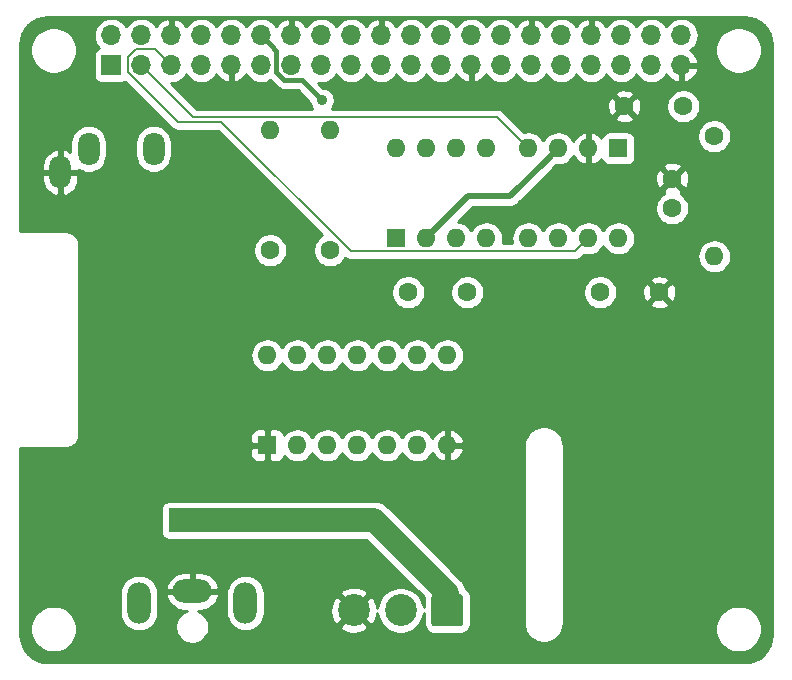
<source format=gbl>
G04 #@! TF.GenerationSoftware,KiCad,Pcbnew,(5.1.4)-1*
G04 #@! TF.CreationDate,2019-11-05T17:04:05-05:00*
G04 #@! TF.ProjectId,graphic_equalizer_expansion_pi,67726170-6869-4635-9f65-7175616c697a,rev?*
G04 #@! TF.SameCoordinates,Original*
G04 #@! TF.FileFunction,Copper,L2,Bot*
G04 #@! TF.FilePolarity,Positive*
%FSLAX46Y46*%
G04 Gerber Fmt 4.6, Leading zero omitted, Abs format (unit mm)*
G04 Created by KiCad (PCBNEW (5.1.4)-1) date 2019-11-05 17:04:05*
%MOMM*%
%LPD*%
G04 APERTURE LIST*
%ADD10O,2.000000X3.500000*%
%ADD11O,3.300000X2.000000*%
%ADD12R,4.000000X2.000000*%
%ADD13O,1.800000X2.800000*%
%ADD14O,1.600000X1.600000*%
%ADD15R,1.600000X1.600000*%
%ADD16C,2.700000*%
%ADD17C,0.150000*%
%ADD18C,1.600000*%
%ADD19R,1.700000X1.700000*%
%ADD20O,1.700000X1.700000*%
%ADD21C,0.900000*%
%ADD22C,0.200000*%
%ADD23C,0.500000*%
%ADD24C,2.000000*%
%ADD25C,0.400000*%
%ADD26C,0.254000*%
G04 APERTURE END LIST*
D10*
X219740000Y-144300000D03*
X210740000Y-144300000D03*
D11*
X215240000Y-143300000D03*
D12*
X215240000Y-137300000D03*
D13*
X211964000Y-105836000D03*
X206464000Y-105836000D03*
X204064000Y-107836000D03*
D14*
X221590000Y-123330000D03*
X236830000Y-130950000D03*
X224130000Y-123330000D03*
X234290000Y-130950000D03*
X226670000Y-123330000D03*
X231750000Y-130950000D03*
X229210000Y-123330000D03*
X229210000Y-130950000D03*
X231750000Y-123330000D03*
X226670000Y-130950000D03*
X234290000Y-123330000D03*
X224130000Y-130950000D03*
X236830000Y-123330000D03*
D15*
X221590000Y-130950000D03*
D16*
X228910000Y-144920000D03*
X232870000Y-144920000D03*
D17*
G36*
X237954503Y-143571204D02*
G01*
X237978772Y-143574804D01*
X238002570Y-143580765D01*
X238025670Y-143589030D01*
X238047849Y-143599520D01*
X238068892Y-143612133D01*
X238088598Y-143626748D01*
X238106776Y-143643224D01*
X238123252Y-143661402D01*
X238137867Y-143681108D01*
X238150480Y-143702151D01*
X238160970Y-143724330D01*
X238169235Y-143747430D01*
X238175196Y-143771228D01*
X238178796Y-143795497D01*
X238180000Y-143820001D01*
X238180000Y-146019999D01*
X238178796Y-146044503D01*
X238175196Y-146068772D01*
X238169235Y-146092570D01*
X238160970Y-146115670D01*
X238150480Y-146137849D01*
X238137867Y-146158892D01*
X238123252Y-146178598D01*
X238106776Y-146196776D01*
X238088598Y-146213252D01*
X238068892Y-146227867D01*
X238047849Y-146240480D01*
X238025670Y-146250970D01*
X238002570Y-146259235D01*
X237978772Y-146265196D01*
X237954503Y-146268796D01*
X237929999Y-146270000D01*
X235730001Y-146270000D01*
X235705497Y-146268796D01*
X235681228Y-146265196D01*
X235657430Y-146259235D01*
X235634330Y-146250970D01*
X235612151Y-146240480D01*
X235591108Y-146227867D01*
X235571402Y-146213252D01*
X235553224Y-146196776D01*
X235536748Y-146178598D01*
X235522133Y-146158892D01*
X235509520Y-146137849D01*
X235499030Y-146115670D01*
X235490765Y-146092570D01*
X235484804Y-146068772D01*
X235481204Y-146044503D01*
X235480000Y-146019999D01*
X235480000Y-143820001D01*
X235481204Y-143795497D01*
X235484804Y-143771228D01*
X235490765Y-143747430D01*
X235499030Y-143724330D01*
X235509520Y-143702151D01*
X235522133Y-143681108D01*
X235536748Y-143661402D01*
X235553224Y-143643224D01*
X235571402Y-143626748D01*
X235591108Y-143612133D01*
X235612151Y-143599520D01*
X235634330Y-143589030D01*
X235657430Y-143580765D01*
X235681228Y-143574804D01*
X235705497Y-143571204D01*
X235730001Y-143570000D01*
X237929999Y-143570000D01*
X237954503Y-143571204D01*
X237954503Y-143571204D01*
G37*
D16*
X236830000Y-144920000D03*
D14*
X232512000Y-105804000D03*
X240132000Y-113424000D03*
X235052000Y-105804000D03*
X237592000Y-113424000D03*
X237592000Y-105804000D03*
X235052000Y-113424000D03*
X240132000Y-105804000D03*
D15*
X232512000Y-113424000D03*
D14*
X251308000Y-113424000D03*
X243688000Y-105804000D03*
X248768000Y-113424000D03*
X246228000Y-105804000D03*
X246228000Y-113424000D03*
X248768000Y-105804000D03*
X243688000Y-113424000D03*
D15*
X251308000Y-105804000D03*
D14*
X259436000Y-114948000D03*
D18*
X259436000Y-104788000D03*
D14*
X221844000Y-104280000D03*
D18*
X221844000Y-114440000D03*
D14*
X226924000Y-104280000D03*
D18*
X226924000Y-114440000D03*
X254784000Y-117996000D03*
X249784000Y-117996000D03*
X238528000Y-117996000D03*
X233528000Y-117996000D03*
X255880000Y-108384000D03*
X255880000Y-110884000D03*
X256816000Y-102248000D03*
X251816000Y-102248000D03*
D19*
X208370000Y-98770000D03*
D20*
X208370000Y-96230000D03*
X210910000Y-98770000D03*
X210910000Y-96230000D03*
X213450000Y-98770000D03*
X213450000Y-96230000D03*
X215990000Y-98770000D03*
X215990000Y-96230000D03*
X218530000Y-98770000D03*
X218530000Y-96230000D03*
X221070000Y-98770000D03*
X221070000Y-96230000D03*
X223610000Y-98770000D03*
X223610000Y-96230000D03*
X226150000Y-98770000D03*
X226150000Y-96230000D03*
X228690000Y-98770000D03*
X228690000Y-96230000D03*
X231230000Y-98770000D03*
X231230000Y-96230000D03*
X233770000Y-98770000D03*
X233770000Y-96230000D03*
X236310000Y-98770000D03*
X236310000Y-96230000D03*
X238850000Y-98770000D03*
X238850000Y-96230000D03*
X241390000Y-98770000D03*
X241390000Y-96230000D03*
X243930000Y-98770000D03*
X243930000Y-96230000D03*
X246470000Y-98770000D03*
X246470000Y-96230000D03*
X249010000Y-98770000D03*
X249010000Y-96230000D03*
X251550000Y-98770000D03*
X251550000Y-96230000D03*
X254090000Y-98770000D03*
X254090000Y-96230000D03*
X256630000Y-98770000D03*
X256630000Y-96230000D03*
D21*
X226234002Y-101740000D03*
D22*
X211759999Y-99619999D02*
X210910000Y-98770000D01*
X215319999Y-103179999D02*
X211759999Y-99619999D01*
X241063999Y-103179999D02*
X215319999Y-103179999D01*
X243688000Y-105804000D02*
X241063999Y-103179999D01*
X212060001Y-97380001D02*
X212600001Y-97920001D01*
X209759999Y-98076001D02*
X210455999Y-97380001D01*
X209759999Y-99322001D02*
X209759999Y-98076001D01*
X214018007Y-103580009D02*
X209759999Y-99322001D01*
X217692011Y-103580009D02*
X214018007Y-103580009D01*
X210455999Y-97380001D02*
X212060001Y-97380001D01*
X228636003Y-114524001D02*
X217692011Y-103580009D01*
X212600001Y-97920001D02*
X213450000Y-98770000D01*
X247667999Y-114524001D02*
X228636003Y-114524001D01*
X248768000Y-113424000D02*
X247667999Y-114524001D01*
D23*
X245428001Y-106603999D02*
X246228000Y-105804000D01*
X242164000Y-109868000D02*
X245428001Y-106603999D01*
X238608000Y-109868000D02*
X242164000Y-109868000D01*
X235052000Y-113424000D02*
X238608000Y-109868000D01*
D24*
X219240000Y-137300000D02*
X215240000Y-137300000D01*
X230660000Y-137300000D02*
X219240000Y-137300000D01*
X236830000Y-143470000D02*
X230660000Y-137300000D01*
X236830000Y-144920000D02*
X236830000Y-143470000D01*
D25*
X221919999Y-97079999D02*
X221070000Y-96230000D01*
X222359999Y-97519999D02*
X221919999Y-97079999D01*
X222359999Y-99370001D02*
X222359999Y-97519999D01*
X223009999Y-100020001D02*
X222359999Y-99370001D01*
X224514003Y-100020001D02*
X223009999Y-100020001D01*
X226234002Y-101740000D02*
X224514003Y-100020001D01*
D26*
G36*
X262449016Y-94732312D02*
G01*
X262880930Y-94862714D01*
X263279285Y-95074524D01*
X263628914Y-95359675D01*
X263916497Y-95707303D01*
X264131086Y-96104177D01*
X264264498Y-96535161D01*
X264315001Y-97015663D01*
X264315000Y-146966495D01*
X264267688Y-147449016D01*
X264137287Y-147880927D01*
X263925480Y-148279280D01*
X263640325Y-148628914D01*
X263292697Y-148916497D01*
X262895825Y-149131085D01*
X262464834Y-149264500D01*
X261984346Y-149315000D01*
X203033504Y-149315000D01*
X202550984Y-149267688D01*
X202119073Y-149137287D01*
X201720720Y-148925480D01*
X201371086Y-148640325D01*
X201083503Y-148292697D01*
X200868915Y-147895825D01*
X200735500Y-147464834D01*
X200685000Y-146984346D01*
X200685000Y-146304495D01*
X201515000Y-146304495D01*
X201515000Y-146695505D01*
X201591282Y-147079003D01*
X201740915Y-147440250D01*
X201958149Y-147765364D01*
X202234636Y-148041851D01*
X202559750Y-148259085D01*
X202920997Y-148408718D01*
X203304495Y-148485000D01*
X203695505Y-148485000D01*
X204079003Y-148408718D01*
X204440250Y-148259085D01*
X204765364Y-148041851D01*
X205041851Y-147765364D01*
X205259085Y-147440250D01*
X205408718Y-147079003D01*
X205485000Y-146695505D01*
X205485000Y-146304495D01*
X205408718Y-145920997D01*
X205259085Y-145559750D01*
X205041851Y-145234636D01*
X204765364Y-144958149D01*
X204440250Y-144740915D01*
X204079003Y-144591282D01*
X203695505Y-144515000D01*
X203304495Y-144515000D01*
X202920997Y-144591282D01*
X202559750Y-144740915D01*
X202234636Y-144958149D01*
X201958149Y-145234636D01*
X201740915Y-145559750D01*
X201591282Y-145920997D01*
X201515000Y-146304495D01*
X200685000Y-146304495D01*
X200685000Y-143469679D01*
X209105000Y-143469679D01*
X209105000Y-145130322D01*
X209128657Y-145370516D01*
X209222149Y-145678715D01*
X209373970Y-145962752D01*
X209578287Y-146211714D01*
X209827249Y-146416031D01*
X210111286Y-146567852D01*
X210419485Y-146661343D01*
X210740000Y-146692911D01*
X211060516Y-146661343D01*
X211368715Y-146567852D01*
X211652752Y-146416031D01*
X211901714Y-146211714D01*
X212106031Y-145962752D01*
X212257852Y-145678715D01*
X212351343Y-145370516D01*
X212375000Y-145130322D01*
X212375000Y-143680434D01*
X212999876Y-143680434D01*
X213030856Y-143808355D01*
X213159990Y-144102761D01*
X213344078Y-144366317D01*
X213576046Y-144588895D01*
X213846980Y-144761942D01*
X214146468Y-144878807D01*
X214463000Y-144935000D01*
X214785568Y-144935000D01*
X214560273Y-145028320D01*
X214325241Y-145185363D01*
X214125363Y-145385241D01*
X213968320Y-145620273D01*
X213860147Y-145881426D01*
X213805000Y-146158665D01*
X213805000Y-146441335D01*
X213860147Y-146718574D01*
X213968320Y-146979727D01*
X214125363Y-147214759D01*
X214325241Y-147414637D01*
X214560273Y-147571680D01*
X214821426Y-147679853D01*
X215098665Y-147735000D01*
X215381335Y-147735000D01*
X215658574Y-147679853D01*
X215919727Y-147571680D01*
X216154759Y-147414637D01*
X216354637Y-147214759D01*
X216511680Y-146979727D01*
X216619853Y-146718574D01*
X216675000Y-146441335D01*
X216675000Y-146158665D01*
X216619853Y-145881426D01*
X216511680Y-145620273D01*
X216354637Y-145385241D01*
X216154759Y-145185363D01*
X215919727Y-145028320D01*
X215694432Y-144935000D01*
X216017000Y-144935000D01*
X216333532Y-144878807D01*
X216633020Y-144761942D01*
X216903954Y-144588895D01*
X217135922Y-144366317D01*
X217320010Y-144102761D01*
X217449144Y-143808355D01*
X217480124Y-143680434D01*
X217380876Y-143469679D01*
X218105000Y-143469679D01*
X218105000Y-145130322D01*
X218128657Y-145370516D01*
X218222149Y-145678715D01*
X218373970Y-145962752D01*
X218578287Y-146211714D01*
X218827249Y-146416031D01*
X219111286Y-146567852D01*
X219419485Y-146661343D01*
X219740000Y-146692911D01*
X220060516Y-146661343D01*
X220368715Y-146567852D01*
X220652752Y-146416031D01*
X220788241Y-146304838D01*
X227704767Y-146304838D01*
X227842724Y-146605044D01*
X228191967Y-146780882D01*
X228568804Y-146885207D01*
X228958753Y-146914009D01*
X229346828Y-146866184D01*
X229718116Y-146743568D01*
X229977276Y-146605044D01*
X230115233Y-146304838D01*
X228910000Y-145099605D01*
X227704767Y-146304838D01*
X220788241Y-146304838D01*
X220901714Y-146211714D01*
X221106031Y-145962752D01*
X221257852Y-145678715D01*
X221351343Y-145370516D01*
X221375000Y-145130322D01*
X221375000Y-144968753D01*
X226915991Y-144968753D01*
X226963816Y-145356828D01*
X227086432Y-145728116D01*
X227224956Y-145987276D01*
X227525162Y-146125233D01*
X228730395Y-144920000D01*
X227525162Y-143714767D01*
X227224956Y-143852724D01*
X227049118Y-144201967D01*
X226944793Y-144578804D01*
X226915991Y-144968753D01*
X221375000Y-144968753D01*
X221375000Y-143535162D01*
X227704767Y-143535162D01*
X228910000Y-144740395D01*
X230115233Y-143535162D01*
X229977276Y-143234956D01*
X229628033Y-143059118D01*
X229251196Y-142954793D01*
X228861247Y-142925991D01*
X228473172Y-142973816D01*
X228101884Y-143096432D01*
X227842724Y-143234956D01*
X227704767Y-143535162D01*
X221375000Y-143535162D01*
X221375000Y-143469678D01*
X221351343Y-143229484D01*
X221257852Y-142921285D01*
X221106031Y-142637248D01*
X220901714Y-142388286D01*
X220652751Y-142183969D01*
X220368714Y-142032148D01*
X220060515Y-141938657D01*
X219740000Y-141907089D01*
X219419484Y-141938657D01*
X219111285Y-142032148D01*
X218827248Y-142183969D01*
X218578286Y-142388286D01*
X218373969Y-142637249D01*
X218222148Y-142921286D01*
X218128657Y-143229485D01*
X218105000Y-143469679D01*
X217380876Y-143469679D01*
X217360777Y-143427000D01*
X215367000Y-143427000D01*
X215367000Y-143447000D01*
X215113000Y-143447000D01*
X215113000Y-143427000D01*
X213119223Y-143427000D01*
X212999876Y-143680434D01*
X212375000Y-143680434D01*
X212375000Y-143469678D01*
X212351343Y-143229484D01*
X212257852Y-142921285D01*
X212256934Y-142919566D01*
X212999876Y-142919566D01*
X213119223Y-143173000D01*
X215113000Y-143173000D01*
X215113000Y-141665000D01*
X215367000Y-141665000D01*
X215367000Y-143173000D01*
X217360777Y-143173000D01*
X217480124Y-142919566D01*
X217449144Y-142791645D01*
X217320010Y-142497239D01*
X217135922Y-142233683D01*
X216903954Y-142011105D01*
X216633020Y-141838058D01*
X216333532Y-141721193D01*
X216017000Y-141665000D01*
X215367000Y-141665000D01*
X215113000Y-141665000D01*
X214463000Y-141665000D01*
X214146468Y-141721193D01*
X213846980Y-141838058D01*
X213576046Y-142011105D01*
X213344078Y-142233683D01*
X213159990Y-142497239D01*
X213030856Y-142791645D01*
X212999876Y-142919566D01*
X212256934Y-142919566D01*
X212106031Y-142637248D01*
X211901714Y-142388286D01*
X211652751Y-142183969D01*
X211368714Y-142032148D01*
X211060515Y-141938657D01*
X210740000Y-141907089D01*
X210419484Y-141938657D01*
X210111285Y-142032148D01*
X209827248Y-142183969D01*
X209578286Y-142388286D01*
X209373969Y-142637249D01*
X209222148Y-142921286D01*
X209128657Y-143229485D01*
X209105000Y-143469679D01*
X200685000Y-143469679D01*
X200685000Y-136300000D01*
X212601928Y-136300000D01*
X212601928Y-138300000D01*
X212614188Y-138424482D01*
X212650498Y-138544180D01*
X212709463Y-138654494D01*
X212788815Y-138751185D01*
X212885506Y-138830537D01*
X212995820Y-138889502D01*
X213115518Y-138925812D01*
X213240000Y-138938072D01*
X217240000Y-138938072D01*
X217271192Y-138935000D01*
X229982762Y-138935000D01*
X234844244Y-143796484D01*
X234841928Y-143820001D01*
X234841928Y-144658777D01*
X234778718Y-144340997D01*
X234629085Y-143979750D01*
X234411851Y-143654636D01*
X234135364Y-143378149D01*
X233810250Y-143160915D01*
X233449003Y-143011282D01*
X233065505Y-142935000D01*
X232674495Y-142935000D01*
X232290997Y-143011282D01*
X231929750Y-143160915D01*
X231604636Y-143378149D01*
X231328149Y-143654636D01*
X231110915Y-143979750D01*
X230961282Y-144340997D01*
X230885570Y-144721627D01*
X230856184Y-144483172D01*
X230733568Y-144111884D01*
X230595044Y-143852724D01*
X230294838Y-143714767D01*
X229089605Y-144920000D01*
X230294838Y-146125233D01*
X230595044Y-145987276D01*
X230770882Y-145638033D01*
X230875207Y-145261196D01*
X230885706Y-145119053D01*
X230961282Y-145499003D01*
X231110915Y-145860250D01*
X231328149Y-146185364D01*
X231604636Y-146461851D01*
X231929750Y-146679085D01*
X232290997Y-146828718D01*
X232674495Y-146905000D01*
X233065505Y-146905000D01*
X233449003Y-146828718D01*
X233810250Y-146679085D01*
X234135364Y-146461851D01*
X234411851Y-146185364D01*
X234629085Y-145860250D01*
X234778718Y-145499003D01*
X234841928Y-145181223D01*
X234841928Y-146019999D01*
X234858992Y-146193253D01*
X234909529Y-146359850D01*
X234991595Y-146513386D01*
X235102039Y-146647961D01*
X235236614Y-146758405D01*
X235390150Y-146840471D01*
X235556747Y-146891008D01*
X235730001Y-146908072D01*
X237929999Y-146908072D01*
X238103253Y-146891008D01*
X238269850Y-146840471D01*
X238423386Y-146758405D01*
X238557961Y-146647961D01*
X238668405Y-146513386D01*
X238750471Y-146359850D01*
X238801008Y-146193253D01*
X238816727Y-146033646D01*
X243315000Y-146033646D01*
X243318366Y-146067821D01*
X243318366Y-146080806D01*
X243319366Y-146090318D01*
X243341121Y-146284268D01*
X243354025Y-146344976D01*
X243366089Y-146405901D01*
X243368917Y-146415038D01*
X243427930Y-146601068D01*
X243452377Y-146658105D01*
X243476046Y-146715531D01*
X243480595Y-146723944D01*
X243574617Y-146894969D01*
X243609692Y-146946194D01*
X243644050Y-146997906D01*
X243650146Y-147005276D01*
X243775596Y-147154782D01*
X243819974Y-147198240D01*
X243863703Y-147242275D01*
X243871109Y-147248315D01*
X243871113Y-147248319D01*
X243871115Y-147248320D01*
X244023214Y-147370611D01*
X244075139Y-147404589D01*
X244126632Y-147439322D01*
X244135077Y-147443812D01*
X244308033Y-147534232D01*
X244365590Y-147557487D01*
X244422835Y-147581550D01*
X244431991Y-147584315D01*
X244619217Y-147639418D01*
X244680218Y-147651054D01*
X244741015Y-147663534D01*
X244750533Y-147664468D01*
X244944895Y-147682157D01*
X245006986Y-147681723D01*
X245069066Y-147682156D01*
X245078585Y-147681223D01*
X245272682Y-147660822D01*
X245333496Y-147648339D01*
X245394481Y-147636705D01*
X245403637Y-147633941D01*
X245590075Y-147576229D01*
X245647279Y-147552182D01*
X245704873Y-147528913D01*
X245713317Y-147524423D01*
X245884994Y-147431598D01*
X245936468Y-147396878D01*
X245988418Y-147362883D01*
X245995829Y-147356839D01*
X246146207Y-147232435D01*
X246189973Y-147188362D01*
X246234311Y-147144943D01*
X246240408Y-147137574D01*
X246363758Y-146986332D01*
X246398126Y-146934603D01*
X246433191Y-146883392D01*
X246437739Y-146874981D01*
X246437740Y-146874980D01*
X246437742Y-146874976D01*
X246529366Y-146702657D01*
X246553022Y-146645261D01*
X246577482Y-146588193D01*
X246580310Y-146579056D01*
X246636719Y-146392220D01*
X246648780Y-146331310D01*
X246654479Y-146304495D01*
X259515000Y-146304495D01*
X259515000Y-146695505D01*
X259591282Y-147079003D01*
X259740915Y-147440250D01*
X259958149Y-147765364D01*
X260234636Y-148041851D01*
X260559750Y-148259085D01*
X260920997Y-148408718D01*
X261304495Y-148485000D01*
X261695505Y-148485000D01*
X262079003Y-148408718D01*
X262440250Y-148259085D01*
X262765364Y-148041851D01*
X263041851Y-147765364D01*
X263259085Y-147440250D01*
X263408718Y-147079003D01*
X263485000Y-146695505D01*
X263485000Y-146304495D01*
X263408718Y-145920997D01*
X263259085Y-145559750D01*
X263041851Y-145234636D01*
X262765364Y-144958149D01*
X262440250Y-144740915D01*
X262079003Y-144591282D01*
X261695505Y-144515000D01*
X261304495Y-144515000D01*
X260920997Y-144591282D01*
X260559750Y-144740915D01*
X260234636Y-144958149D01*
X259958149Y-145234636D01*
X259740915Y-145559750D01*
X259591282Y-145920997D01*
X259515000Y-146304495D01*
X246654479Y-146304495D01*
X246661686Y-146270591D01*
X246662686Y-146261079D01*
X246681731Y-146066845D01*
X246681731Y-146066837D01*
X246685000Y-146033647D01*
X246685000Y-130966353D01*
X246681633Y-130932169D01*
X246681633Y-130919193D01*
X246680634Y-130909681D01*
X246658879Y-130715732D01*
X246645975Y-130655024D01*
X246633911Y-130594099D01*
X246631083Y-130584962D01*
X246572070Y-130398932D01*
X246547618Y-130341882D01*
X246523954Y-130284470D01*
X246519405Y-130276056D01*
X246425383Y-130105031D01*
X246390310Y-130053809D01*
X246355951Y-130002094D01*
X246349854Y-129994724D01*
X246224404Y-129845218D01*
X246180046Y-129801779D01*
X246136297Y-129757724D01*
X246128885Y-129751679D01*
X245976785Y-129629389D01*
X245924845Y-129595401D01*
X245873367Y-129560678D01*
X245864923Y-129556187D01*
X245691967Y-129465768D01*
X245634410Y-129442513D01*
X245577165Y-129418450D01*
X245568009Y-129415685D01*
X245380783Y-129360582D01*
X245319775Y-129348945D01*
X245258985Y-129336466D01*
X245249466Y-129335532D01*
X245055105Y-129317843D01*
X244992981Y-129318277D01*
X244930933Y-129317844D01*
X244921426Y-129318776D01*
X244921419Y-129318776D01*
X244921413Y-129318777D01*
X244727318Y-129339178D01*
X244666504Y-129351661D01*
X244605519Y-129363295D01*
X244596363Y-129366059D01*
X244409925Y-129423771D01*
X244352692Y-129447830D01*
X244295127Y-129471087D01*
X244286682Y-129475577D01*
X244115006Y-129568402D01*
X244063532Y-129603122D01*
X244011582Y-129637117D01*
X244004170Y-129643162D01*
X243853793Y-129767565D01*
X243810027Y-129811638D01*
X243765689Y-129855057D01*
X243759592Y-129862426D01*
X243636242Y-130013668D01*
X243601881Y-130065386D01*
X243566809Y-130116607D01*
X243562260Y-130125020D01*
X243470635Y-130297343D01*
X243446978Y-130354739D01*
X243422519Y-130411807D01*
X243419690Y-130420943D01*
X243363281Y-130607780D01*
X243351220Y-130668691D01*
X243338314Y-130729410D01*
X243337314Y-130738922D01*
X243318269Y-130933155D01*
X243318269Y-130933173D01*
X243315001Y-130966353D01*
X243315000Y-146033646D01*
X238816727Y-146033646D01*
X238818072Y-146019999D01*
X238818072Y-143820001D01*
X238801008Y-143646747D01*
X238750471Y-143480150D01*
X238668405Y-143326614D01*
X238557961Y-143192039D01*
X238423386Y-143081595D01*
X238420239Y-143079913D01*
X238347852Y-142841285D01*
X238196030Y-142557247D01*
X238042916Y-142370676D01*
X237991714Y-142308286D01*
X237929324Y-142257084D01*
X231872925Y-136200687D01*
X231821714Y-136138286D01*
X231572752Y-135933969D01*
X231288715Y-135782148D01*
X230980516Y-135688657D01*
X230740322Y-135665000D01*
X230740319Y-135665000D01*
X230660000Y-135657089D01*
X230579681Y-135665000D01*
X217271192Y-135665000D01*
X217240000Y-135661928D01*
X213240000Y-135661928D01*
X213115518Y-135674188D01*
X212995820Y-135710498D01*
X212885506Y-135769463D01*
X212788815Y-135848815D01*
X212709463Y-135945506D01*
X212650498Y-136055820D01*
X212614188Y-136175518D01*
X212601928Y-136300000D01*
X200685000Y-136300000D01*
X200685000Y-131750000D01*
X220151928Y-131750000D01*
X220164188Y-131874482D01*
X220200498Y-131994180D01*
X220259463Y-132104494D01*
X220338815Y-132201185D01*
X220435506Y-132280537D01*
X220545820Y-132339502D01*
X220665518Y-132375812D01*
X220790000Y-132388072D01*
X221304250Y-132385000D01*
X221463000Y-132226250D01*
X221463000Y-131077000D01*
X220313750Y-131077000D01*
X220155000Y-131235750D01*
X220151928Y-131750000D01*
X200685000Y-131750000D01*
X200685000Y-131185000D01*
X204533647Y-131185000D01*
X204562601Y-131182148D01*
X204565573Y-131182169D01*
X204575092Y-131181236D01*
X204623218Y-131176178D01*
X204634283Y-131175088D01*
X204634652Y-131174976D01*
X204672140Y-131171036D01*
X204732990Y-131158545D01*
X204793942Y-131146918D01*
X204803096Y-131144155D01*
X204803102Y-131144153D01*
X204896317Y-131115298D01*
X204953533Y-131091246D01*
X205011119Y-131067980D01*
X205019564Y-131063490D01*
X205105401Y-131017077D01*
X205156867Y-130982362D01*
X205208821Y-130948364D01*
X205216232Y-130942320D01*
X205291421Y-130880118D01*
X205335162Y-130836070D01*
X205379522Y-130792631D01*
X205385618Y-130785261D01*
X205385623Y-130785256D01*
X205385627Y-130785250D01*
X205447294Y-130709640D01*
X205481632Y-130657959D01*
X205516733Y-130606694D01*
X205521282Y-130598281D01*
X205567094Y-130512120D01*
X205590758Y-130454704D01*
X205615208Y-130397661D01*
X205618036Y-130388525D01*
X205646241Y-130295107D01*
X205658303Y-130234187D01*
X205671209Y-130173470D01*
X205672209Y-130163958D01*
X205673577Y-130150000D01*
X220151928Y-130150000D01*
X220155000Y-130664250D01*
X220313750Y-130823000D01*
X221463000Y-130823000D01*
X221463000Y-129673750D01*
X221717000Y-129673750D01*
X221717000Y-130823000D01*
X221737000Y-130823000D01*
X221737000Y-131077000D01*
X221717000Y-131077000D01*
X221717000Y-132226250D01*
X221875750Y-132385000D01*
X222390000Y-132388072D01*
X222514482Y-132375812D01*
X222634180Y-132339502D01*
X222744494Y-132280537D01*
X222841185Y-132201185D01*
X222920537Y-132104494D01*
X222979502Y-131994180D01*
X223015812Y-131874482D01*
X223017581Y-131856518D01*
X223110392Y-131969608D01*
X223328899Y-132148932D01*
X223578192Y-132282182D01*
X223848691Y-132364236D01*
X224059508Y-132385000D01*
X224200492Y-132385000D01*
X224411309Y-132364236D01*
X224681808Y-132282182D01*
X224931101Y-132148932D01*
X225149608Y-131969608D01*
X225328932Y-131751101D01*
X225400000Y-131618142D01*
X225471068Y-131751101D01*
X225650392Y-131969608D01*
X225868899Y-132148932D01*
X226118192Y-132282182D01*
X226388691Y-132364236D01*
X226599508Y-132385000D01*
X226740492Y-132385000D01*
X226951309Y-132364236D01*
X227221808Y-132282182D01*
X227471101Y-132148932D01*
X227689608Y-131969608D01*
X227868932Y-131751101D01*
X227940000Y-131618142D01*
X228011068Y-131751101D01*
X228190392Y-131969608D01*
X228408899Y-132148932D01*
X228658192Y-132282182D01*
X228928691Y-132364236D01*
X229139508Y-132385000D01*
X229280492Y-132385000D01*
X229491309Y-132364236D01*
X229761808Y-132282182D01*
X230011101Y-132148932D01*
X230229608Y-131969608D01*
X230408932Y-131751101D01*
X230480000Y-131618142D01*
X230551068Y-131751101D01*
X230730392Y-131969608D01*
X230948899Y-132148932D01*
X231198192Y-132282182D01*
X231468691Y-132364236D01*
X231679508Y-132385000D01*
X231820492Y-132385000D01*
X232031309Y-132364236D01*
X232301808Y-132282182D01*
X232551101Y-132148932D01*
X232769608Y-131969608D01*
X232948932Y-131751101D01*
X233020000Y-131618142D01*
X233091068Y-131751101D01*
X233270392Y-131969608D01*
X233488899Y-132148932D01*
X233738192Y-132282182D01*
X234008691Y-132364236D01*
X234219508Y-132385000D01*
X234360492Y-132385000D01*
X234571309Y-132364236D01*
X234841808Y-132282182D01*
X235091101Y-132148932D01*
X235309608Y-131969608D01*
X235488932Y-131751101D01*
X235562579Y-131613318D01*
X235677615Y-131805131D01*
X235866586Y-132013519D01*
X236092580Y-132181037D01*
X236346913Y-132301246D01*
X236480961Y-132341904D01*
X236703000Y-132219915D01*
X236703000Y-131077000D01*
X236957000Y-131077000D01*
X236957000Y-132219915D01*
X237179039Y-132341904D01*
X237313087Y-132301246D01*
X237567420Y-132181037D01*
X237793414Y-132013519D01*
X237982385Y-131805131D01*
X238127070Y-131563881D01*
X238221909Y-131299040D01*
X238100624Y-131077000D01*
X236957000Y-131077000D01*
X236703000Y-131077000D01*
X236683000Y-131077000D01*
X236683000Y-130823000D01*
X236703000Y-130823000D01*
X236703000Y-129680085D01*
X236957000Y-129680085D01*
X236957000Y-130823000D01*
X238100624Y-130823000D01*
X238221909Y-130600960D01*
X238127070Y-130336119D01*
X237982385Y-130094869D01*
X237793414Y-129886481D01*
X237567420Y-129718963D01*
X237313087Y-129598754D01*
X237179039Y-129558096D01*
X236957000Y-129680085D01*
X236703000Y-129680085D01*
X236480961Y-129558096D01*
X236346913Y-129598754D01*
X236092580Y-129718963D01*
X235866586Y-129886481D01*
X235677615Y-130094869D01*
X235562579Y-130286682D01*
X235488932Y-130148899D01*
X235309608Y-129930392D01*
X235091101Y-129751068D01*
X234841808Y-129617818D01*
X234571309Y-129535764D01*
X234360492Y-129515000D01*
X234219508Y-129515000D01*
X234008691Y-129535764D01*
X233738192Y-129617818D01*
X233488899Y-129751068D01*
X233270392Y-129930392D01*
X233091068Y-130148899D01*
X233020000Y-130281858D01*
X232948932Y-130148899D01*
X232769608Y-129930392D01*
X232551101Y-129751068D01*
X232301808Y-129617818D01*
X232031309Y-129535764D01*
X231820492Y-129515000D01*
X231679508Y-129515000D01*
X231468691Y-129535764D01*
X231198192Y-129617818D01*
X230948899Y-129751068D01*
X230730392Y-129930392D01*
X230551068Y-130148899D01*
X230480000Y-130281858D01*
X230408932Y-130148899D01*
X230229608Y-129930392D01*
X230011101Y-129751068D01*
X229761808Y-129617818D01*
X229491309Y-129535764D01*
X229280492Y-129515000D01*
X229139508Y-129515000D01*
X228928691Y-129535764D01*
X228658192Y-129617818D01*
X228408899Y-129751068D01*
X228190392Y-129930392D01*
X228011068Y-130148899D01*
X227940000Y-130281858D01*
X227868932Y-130148899D01*
X227689608Y-129930392D01*
X227471101Y-129751068D01*
X227221808Y-129617818D01*
X226951309Y-129535764D01*
X226740492Y-129515000D01*
X226599508Y-129515000D01*
X226388691Y-129535764D01*
X226118192Y-129617818D01*
X225868899Y-129751068D01*
X225650392Y-129930392D01*
X225471068Y-130148899D01*
X225400000Y-130281858D01*
X225328932Y-130148899D01*
X225149608Y-129930392D01*
X224931101Y-129751068D01*
X224681808Y-129617818D01*
X224411309Y-129535764D01*
X224200492Y-129515000D01*
X224059508Y-129515000D01*
X223848691Y-129535764D01*
X223578192Y-129617818D01*
X223328899Y-129751068D01*
X223110392Y-129930392D01*
X223017581Y-130043482D01*
X223015812Y-130025518D01*
X222979502Y-129905820D01*
X222920537Y-129795506D01*
X222841185Y-129698815D01*
X222744494Y-129619463D01*
X222634180Y-129560498D01*
X222514482Y-129524188D01*
X222390000Y-129511928D01*
X221875750Y-129515000D01*
X221717000Y-129673750D01*
X221463000Y-129673750D01*
X221304250Y-129515000D01*
X220790000Y-129511928D01*
X220665518Y-129524188D01*
X220545820Y-129560498D01*
X220435506Y-129619463D01*
X220338815Y-129698815D01*
X220259463Y-129795506D01*
X220200498Y-129905820D01*
X220164188Y-130025518D01*
X220151928Y-130150000D01*
X205673577Y-130150000D01*
X205681731Y-130066841D01*
X205681731Y-130066837D01*
X205685000Y-130033647D01*
X205685000Y-123330000D01*
X220148057Y-123330000D01*
X220175764Y-123611309D01*
X220257818Y-123881808D01*
X220391068Y-124131101D01*
X220570392Y-124349608D01*
X220788899Y-124528932D01*
X221038192Y-124662182D01*
X221308691Y-124744236D01*
X221519508Y-124765000D01*
X221660492Y-124765000D01*
X221871309Y-124744236D01*
X222141808Y-124662182D01*
X222391101Y-124528932D01*
X222609608Y-124349608D01*
X222788932Y-124131101D01*
X222860000Y-123998142D01*
X222931068Y-124131101D01*
X223110392Y-124349608D01*
X223328899Y-124528932D01*
X223578192Y-124662182D01*
X223848691Y-124744236D01*
X224059508Y-124765000D01*
X224200492Y-124765000D01*
X224411309Y-124744236D01*
X224681808Y-124662182D01*
X224931101Y-124528932D01*
X225149608Y-124349608D01*
X225328932Y-124131101D01*
X225400000Y-123998142D01*
X225471068Y-124131101D01*
X225650392Y-124349608D01*
X225868899Y-124528932D01*
X226118192Y-124662182D01*
X226388691Y-124744236D01*
X226599508Y-124765000D01*
X226740492Y-124765000D01*
X226951309Y-124744236D01*
X227221808Y-124662182D01*
X227471101Y-124528932D01*
X227689608Y-124349608D01*
X227868932Y-124131101D01*
X227940000Y-123998142D01*
X228011068Y-124131101D01*
X228190392Y-124349608D01*
X228408899Y-124528932D01*
X228658192Y-124662182D01*
X228928691Y-124744236D01*
X229139508Y-124765000D01*
X229280492Y-124765000D01*
X229491309Y-124744236D01*
X229761808Y-124662182D01*
X230011101Y-124528932D01*
X230229608Y-124349608D01*
X230408932Y-124131101D01*
X230480000Y-123998142D01*
X230551068Y-124131101D01*
X230730392Y-124349608D01*
X230948899Y-124528932D01*
X231198192Y-124662182D01*
X231468691Y-124744236D01*
X231679508Y-124765000D01*
X231820492Y-124765000D01*
X232031309Y-124744236D01*
X232301808Y-124662182D01*
X232551101Y-124528932D01*
X232769608Y-124349608D01*
X232948932Y-124131101D01*
X233020000Y-123998142D01*
X233091068Y-124131101D01*
X233270392Y-124349608D01*
X233488899Y-124528932D01*
X233738192Y-124662182D01*
X234008691Y-124744236D01*
X234219508Y-124765000D01*
X234360492Y-124765000D01*
X234571309Y-124744236D01*
X234841808Y-124662182D01*
X235091101Y-124528932D01*
X235309608Y-124349608D01*
X235488932Y-124131101D01*
X235560000Y-123998142D01*
X235631068Y-124131101D01*
X235810392Y-124349608D01*
X236028899Y-124528932D01*
X236278192Y-124662182D01*
X236548691Y-124744236D01*
X236759508Y-124765000D01*
X236900492Y-124765000D01*
X237111309Y-124744236D01*
X237381808Y-124662182D01*
X237631101Y-124528932D01*
X237849608Y-124349608D01*
X238028932Y-124131101D01*
X238162182Y-123881808D01*
X238244236Y-123611309D01*
X238271943Y-123330000D01*
X238244236Y-123048691D01*
X238162182Y-122778192D01*
X238028932Y-122528899D01*
X237849608Y-122310392D01*
X237631101Y-122131068D01*
X237381808Y-121997818D01*
X237111309Y-121915764D01*
X236900492Y-121895000D01*
X236759508Y-121895000D01*
X236548691Y-121915764D01*
X236278192Y-121997818D01*
X236028899Y-122131068D01*
X235810392Y-122310392D01*
X235631068Y-122528899D01*
X235560000Y-122661858D01*
X235488932Y-122528899D01*
X235309608Y-122310392D01*
X235091101Y-122131068D01*
X234841808Y-121997818D01*
X234571309Y-121915764D01*
X234360492Y-121895000D01*
X234219508Y-121895000D01*
X234008691Y-121915764D01*
X233738192Y-121997818D01*
X233488899Y-122131068D01*
X233270392Y-122310392D01*
X233091068Y-122528899D01*
X233020000Y-122661858D01*
X232948932Y-122528899D01*
X232769608Y-122310392D01*
X232551101Y-122131068D01*
X232301808Y-121997818D01*
X232031309Y-121915764D01*
X231820492Y-121895000D01*
X231679508Y-121895000D01*
X231468691Y-121915764D01*
X231198192Y-121997818D01*
X230948899Y-122131068D01*
X230730392Y-122310392D01*
X230551068Y-122528899D01*
X230480000Y-122661858D01*
X230408932Y-122528899D01*
X230229608Y-122310392D01*
X230011101Y-122131068D01*
X229761808Y-121997818D01*
X229491309Y-121915764D01*
X229280492Y-121895000D01*
X229139508Y-121895000D01*
X228928691Y-121915764D01*
X228658192Y-121997818D01*
X228408899Y-122131068D01*
X228190392Y-122310392D01*
X228011068Y-122528899D01*
X227940000Y-122661858D01*
X227868932Y-122528899D01*
X227689608Y-122310392D01*
X227471101Y-122131068D01*
X227221808Y-121997818D01*
X226951309Y-121915764D01*
X226740492Y-121895000D01*
X226599508Y-121895000D01*
X226388691Y-121915764D01*
X226118192Y-121997818D01*
X225868899Y-122131068D01*
X225650392Y-122310392D01*
X225471068Y-122528899D01*
X225400000Y-122661858D01*
X225328932Y-122528899D01*
X225149608Y-122310392D01*
X224931101Y-122131068D01*
X224681808Y-121997818D01*
X224411309Y-121915764D01*
X224200492Y-121895000D01*
X224059508Y-121895000D01*
X223848691Y-121915764D01*
X223578192Y-121997818D01*
X223328899Y-122131068D01*
X223110392Y-122310392D01*
X222931068Y-122528899D01*
X222860000Y-122661858D01*
X222788932Y-122528899D01*
X222609608Y-122310392D01*
X222391101Y-122131068D01*
X222141808Y-121997818D01*
X221871309Y-121915764D01*
X221660492Y-121895000D01*
X221519508Y-121895000D01*
X221308691Y-121915764D01*
X221038192Y-121997818D01*
X220788899Y-122131068D01*
X220570392Y-122310392D01*
X220391068Y-122528899D01*
X220257818Y-122778192D01*
X220175764Y-123048691D01*
X220148057Y-123330000D01*
X205685000Y-123330000D01*
X205685000Y-117854665D01*
X232093000Y-117854665D01*
X232093000Y-118137335D01*
X232148147Y-118414574D01*
X232256320Y-118675727D01*
X232413363Y-118910759D01*
X232613241Y-119110637D01*
X232848273Y-119267680D01*
X233109426Y-119375853D01*
X233386665Y-119431000D01*
X233669335Y-119431000D01*
X233946574Y-119375853D01*
X234207727Y-119267680D01*
X234442759Y-119110637D01*
X234642637Y-118910759D01*
X234799680Y-118675727D01*
X234907853Y-118414574D01*
X234963000Y-118137335D01*
X234963000Y-117854665D01*
X237093000Y-117854665D01*
X237093000Y-118137335D01*
X237148147Y-118414574D01*
X237256320Y-118675727D01*
X237413363Y-118910759D01*
X237613241Y-119110637D01*
X237848273Y-119267680D01*
X238109426Y-119375853D01*
X238386665Y-119431000D01*
X238669335Y-119431000D01*
X238946574Y-119375853D01*
X239207727Y-119267680D01*
X239442759Y-119110637D01*
X239642637Y-118910759D01*
X239799680Y-118675727D01*
X239907853Y-118414574D01*
X239963000Y-118137335D01*
X239963000Y-117854665D01*
X248349000Y-117854665D01*
X248349000Y-118137335D01*
X248404147Y-118414574D01*
X248512320Y-118675727D01*
X248669363Y-118910759D01*
X248869241Y-119110637D01*
X249104273Y-119267680D01*
X249365426Y-119375853D01*
X249642665Y-119431000D01*
X249925335Y-119431000D01*
X250202574Y-119375853D01*
X250463727Y-119267680D01*
X250698759Y-119110637D01*
X250820694Y-118988702D01*
X253970903Y-118988702D01*
X254042486Y-119232671D01*
X254297996Y-119353571D01*
X254572184Y-119422300D01*
X254854512Y-119436217D01*
X255134130Y-119394787D01*
X255400292Y-119299603D01*
X255525514Y-119232671D01*
X255597097Y-118988702D01*
X254784000Y-118175605D01*
X253970903Y-118988702D01*
X250820694Y-118988702D01*
X250898637Y-118910759D01*
X251055680Y-118675727D01*
X251163853Y-118414574D01*
X251219000Y-118137335D01*
X251219000Y-118066512D01*
X253343783Y-118066512D01*
X253385213Y-118346130D01*
X253480397Y-118612292D01*
X253547329Y-118737514D01*
X253791298Y-118809097D01*
X254604395Y-117996000D01*
X254963605Y-117996000D01*
X255776702Y-118809097D01*
X256020671Y-118737514D01*
X256141571Y-118482004D01*
X256210300Y-118207816D01*
X256224217Y-117925488D01*
X256182787Y-117645870D01*
X256087603Y-117379708D01*
X256020671Y-117254486D01*
X255776702Y-117182903D01*
X254963605Y-117996000D01*
X254604395Y-117996000D01*
X253791298Y-117182903D01*
X253547329Y-117254486D01*
X253426429Y-117509996D01*
X253357700Y-117784184D01*
X253343783Y-118066512D01*
X251219000Y-118066512D01*
X251219000Y-117854665D01*
X251163853Y-117577426D01*
X251055680Y-117316273D01*
X250898637Y-117081241D01*
X250820694Y-117003298D01*
X253970903Y-117003298D01*
X254784000Y-117816395D01*
X255597097Y-117003298D01*
X255525514Y-116759329D01*
X255270004Y-116638429D01*
X254995816Y-116569700D01*
X254713488Y-116555783D01*
X254433870Y-116597213D01*
X254167708Y-116692397D01*
X254042486Y-116759329D01*
X253970903Y-117003298D01*
X250820694Y-117003298D01*
X250698759Y-116881363D01*
X250463727Y-116724320D01*
X250202574Y-116616147D01*
X249925335Y-116561000D01*
X249642665Y-116561000D01*
X249365426Y-116616147D01*
X249104273Y-116724320D01*
X248869241Y-116881363D01*
X248669363Y-117081241D01*
X248512320Y-117316273D01*
X248404147Y-117577426D01*
X248349000Y-117854665D01*
X239963000Y-117854665D01*
X239907853Y-117577426D01*
X239799680Y-117316273D01*
X239642637Y-117081241D01*
X239442759Y-116881363D01*
X239207727Y-116724320D01*
X238946574Y-116616147D01*
X238669335Y-116561000D01*
X238386665Y-116561000D01*
X238109426Y-116616147D01*
X237848273Y-116724320D01*
X237613241Y-116881363D01*
X237413363Y-117081241D01*
X237256320Y-117316273D01*
X237148147Y-117577426D01*
X237093000Y-117854665D01*
X234963000Y-117854665D01*
X234907853Y-117577426D01*
X234799680Y-117316273D01*
X234642637Y-117081241D01*
X234442759Y-116881363D01*
X234207727Y-116724320D01*
X233946574Y-116616147D01*
X233669335Y-116561000D01*
X233386665Y-116561000D01*
X233109426Y-116616147D01*
X232848273Y-116724320D01*
X232613241Y-116881363D01*
X232413363Y-117081241D01*
X232256320Y-117316273D01*
X232148147Y-117577426D01*
X232093000Y-117854665D01*
X205685000Y-117854665D01*
X205685000Y-114298665D01*
X220409000Y-114298665D01*
X220409000Y-114581335D01*
X220464147Y-114858574D01*
X220572320Y-115119727D01*
X220729363Y-115354759D01*
X220929241Y-115554637D01*
X221164273Y-115711680D01*
X221425426Y-115819853D01*
X221702665Y-115875000D01*
X221985335Y-115875000D01*
X222262574Y-115819853D01*
X222523727Y-115711680D01*
X222758759Y-115554637D01*
X222958637Y-115354759D01*
X223115680Y-115119727D01*
X223223853Y-114858574D01*
X223279000Y-114581335D01*
X223279000Y-114298665D01*
X223223853Y-114021426D01*
X223115680Y-113760273D01*
X222958637Y-113525241D01*
X222758759Y-113325363D01*
X222523727Y-113168320D01*
X222262574Y-113060147D01*
X221985335Y-113005000D01*
X221702665Y-113005000D01*
X221425426Y-113060147D01*
X221164273Y-113168320D01*
X220929241Y-113325363D01*
X220729363Y-113525241D01*
X220572320Y-113760273D01*
X220464147Y-114021426D01*
X220409000Y-114298665D01*
X205685000Y-114298665D01*
X205685000Y-113966353D01*
X205682148Y-113937399D01*
X205682169Y-113934427D01*
X205681236Y-113924909D01*
X205676179Y-113876790D01*
X205675088Y-113865717D01*
X205674976Y-113865348D01*
X205671036Y-113827860D01*
X205658547Y-113767017D01*
X205646918Y-113706058D01*
X205644154Y-113696902D01*
X205615298Y-113603683D01*
X205591232Y-113546434D01*
X205567979Y-113488881D01*
X205563489Y-113480436D01*
X205517077Y-113394598D01*
X205482350Y-113343115D01*
X205448364Y-113291179D01*
X205442320Y-113283767D01*
X205380118Y-113208579D01*
X205336051Y-113164818D01*
X205292630Y-113120478D01*
X205285261Y-113114381D01*
X205209640Y-113052706D01*
X205157959Y-113018368D01*
X205106694Y-112983267D01*
X205098281Y-112978718D01*
X205012120Y-112932906D01*
X204954704Y-112909242D01*
X204897661Y-112884792D01*
X204888525Y-112881964D01*
X204795107Y-112853759D01*
X204734195Y-112841698D01*
X204673471Y-112828791D01*
X204663959Y-112827791D01*
X204566841Y-112818269D01*
X204566837Y-112818269D01*
X204533647Y-112815000D01*
X200685000Y-112815000D01*
X200685000Y-107963000D01*
X202529000Y-107963000D01*
X202529000Y-108463000D01*
X202583271Y-108760023D01*
X202694446Y-109040751D01*
X202858252Y-109294396D01*
X203068394Y-109511210D01*
X203316796Y-109682862D01*
X203593913Y-109802755D01*
X203699260Y-109827036D01*
X203937000Y-109706378D01*
X203937000Y-107963000D01*
X204191000Y-107963000D01*
X204191000Y-109706378D01*
X204428740Y-109827036D01*
X204534087Y-109802755D01*
X204811204Y-109682862D01*
X205059606Y-109511210D01*
X205269748Y-109294396D01*
X205433554Y-109040751D01*
X205544729Y-108760023D01*
X205599000Y-108463000D01*
X205599000Y-107963000D01*
X204191000Y-107963000D01*
X203937000Y-107963000D01*
X202529000Y-107963000D01*
X200685000Y-107963000D01*
X200685000Y-107209000D01*
X202529000Y-107209000D01*
X202529000Y-107709000D01*
X203937000Y-107709000D01*
X203937000Y-105965622D01*
X204191000Y-105965622D01*
X204191000Y-107709000D01*
X205599000Y-107709000D01*
X205599000Y-107611855D01*
X205607074Y-107618481D01*
X205873740Y-107761017D01*
X206163088Y-107848790D01*
X206464000Y-107878427D01*
X206764913Y-107848790D01*
X207054261Y-107761017D01*
X207320927Y-107618481D01*
X207554661Y-107426661D01*
X207746481Y-107192927D01*
X207889017Y-106926261D01*
X207976790Y-106636913D01*
X207999000Y-106411408D01*
X207999000Y-105260593D01*
X210429000Y-105260593D01*
X210429000Y-106411408D01*
X210451210Y-106636913D01*
X210538983Y-106926261D01*
X210681519Y-107192927D01*
X210873340Y-107426661D01*
X211107074Y-107618481D01*
X211373740Y-107761017D01*
X211663088Y-107848790D01*
X211964000Y-107878427D01*
X212264913Y-107848790D01*
X212554261Y-107761017D01*
X212820927Y-107618481D01*
X213054661Y-107426661D01*
X213246481Y-107192927D01*
X213389017Y-106926261D01*
X213476790Y-106636913D01*
X213499000Y-106411408D01*
X213499000Y-105260592D01*
X213476790Y-105035087D01*
X213389017Y-104745739D01*
X213246481Y-104479073D01*
X213054661Y-104245339D01*
X212820926Y-104053519D01*
X212554260Y-103910983D01*
X212264912Y-103823210D01*
X211964000Y-103793573D01*
X211663087Y-103823210D01*
X211373739Y-103910983D01*
X211107073Y-104053519D01*
X210873339Y-104245339D01*
X210681519Y-104479074D01*
X210538983Y-104745740D01*
X210451210Y-105035088D01*
X210429000Y-105260593D01*
X207999000Y-105260593D01*
X207999000Y-105260592D01*
X207976790Y-105035087D01*
X207889017Y-104745739D01*
X207746481Y-104479073D01*
X207554661Y-104245339D01*
X207320926Y-104053519D01*
X207054260Y-103910983D01*
X206764912Y-103823210D01*
X206464000Y-103793573D01*
X206163087Y-103823210D01*
X205873739Y-103910983D01*
X205607073Y-104053519D01*
X205373339Y-104245339D01*
X205181519Y-104479074D01*
X205038983Y-104745740D01*
X204951210Y-105035088D01*
X204929000Y-105260593D01*
X204929000Y-106070538D01*
X204811204Y-105989138D01*
X204534087Y-105869245D01*
X204428740Y-105844964D01*
X204191000Y-105965622D01*
X203937000Y-105965622D01*
X203699260Y-105844964D01*
X203593913Y-105869245D01*
X203316796Y-105989138D01*
X203068394Y-106160790D01*
X202858252Y-106377604D01*
X202694446Y-106631249D01*
X202583271Y-106911977D01*
X202529000Y-107209000D01*
X200685000Y-107209000D01*
X200685000Y-97304495D01*
X201515000Y-97304495D01*
X201515000Y-97695505D01*
X201591282Y-98079003D01*
X201740915Y-98440250D01*
X201958149Y-98765364D01*
X202234636Y-99041851D01*
X202559750Y-99259085D01*
X202920997Y-99408718D01*
X203304495Y-99485000D01*
X203695505Y-99485000D01*
X204079003Y-99408718D01*
X204440250Y-99259085D01*
X204765364Y-99041851D01*
X205041851Y-98765364D01*
X205259085Y-98440250D01*
X205408718Y-98079003D01*
X205485000Y-97695505D01*
X205485000Y-97304495D01*
X205408718Y-96920997D01*
X205259085Y-96559750D01*
X205041851Y-96234636D01*
X205037215Y-96230000D01*
X206877815Y-96230000D01*
X206906487Y-96521111D01*
X206991401Y-96801034D01*
X207129294Y-97059014D01*
X207314866Y-97285134D01*
X207344687Y-97309607D01*
X207275820Y-97330498D01*
X207165506Y-97389463D01*
X207068815Y-97468815D01*
X206989463Y-97565506D01*
X206930498Y-97675820D01*
X206894188Y-97795518D01*
X206881928Y-97920000D01*
X206881928Y-99620000D01*
X206894188Y-99744482D01*
X206930498Y-99864180D01*
X206989463Y-99974494D01*
X207068815Y-100071185D01*
X207165506Y-100150537D01*
X207275820Y-100209502D01*
X207395518Y-100245812D01*
X207520000Y-100258072D01*
X209220000Y-100258072D01*
X209344482Y-100245812D01*
X209464180Y-100209502D01*
X209557938Y-100159386D01*
X213472753Y-104074202D01*
X213495769Y-104102247D01*
X213523813Y-104125262D01*
X213607687Y-104194096D01*
X213735373Y-104262346D01*
X213873922Y-104304374D01*
X214018007Y-104318565D01*
X214054112Y-104315009D01*
X217387565Y-104315009D01*
X226242236Y-113169681D01*
X226009241Y-113325363D01*
X225809363Y-113525241D01*
X225652320Y-113760273D01*
X225544147Y-114021426D01*
X225489000Y-114298665D01*
X225489000Y-114581335D01*
X225544147Y-114858574D01*
X225652320Y-115119727D01*
X225809363Y-115354759D01*
X226009241Y-115554637D01*
X226244273Y-115711680D01*
X226505426Y-115819853D01*
X226782665Y-115875000D01*
X227065335Y-115875000D01*
X227342574Y-115819853D01*
X227603727Y-115711680D01*
X227838759Y-115554637D01*
X228038637Y-115354759D01*
X228195680Y-115119727D01*
X228197616Y-115115054D01*
X228225683Y-115138088D01*
X228353370Y-115206338D01*
X228491918Y-115248366D01*
X228636003Y-115262557D01*
X228672108Y-115259001D01*
X247631894Y-115259001D01*
X247667999Y-115262557D01*
X247704104Y-115259001D01*
X247812084Y-115248366D01*
X247950632Y-115206338D01*
X248078319Y-115138088D01*
X248190237Y-115046239D01*
X248213257Y-115018189D01*
X248283446Y-114948000D01*
X257994057Y-114948000D01*
X258021764Y-115229309D01*
X258103818Y-115499808D01*
X258237068Y-115749101D01*
X258416392Y-115967608D01*
X258634899Y-116146932D01*
X258884192Y-116280182D01*
X259154691Y-116362236D01*
X259365508Y-116383000D01*
X259506492Y-116383000D01*
X259717309Y-116362236D01*
X259987808Y-116280182D01*
X260237101Y-116146932D01*
X260455608Y-115967608D01*
X260634932Y-115749101D01*
X260768182Y-115499808D01*
X260850236Y-115229309D01*
X260877943Y-114948000D01*
X260850236Y-114666691D01*
X260768182Y-114396192D01*
X260634932Y-114146899D01*
X260455608Y-113928392D01*
X260237101Y-113749068D01*
X259987808Y-113615818D01*
X259717309Y-113533764D01*
X259506492Y-113513000D01*
X259365508Y-113513000D01*
X259154691Y-113533764D01*
X258884192Y-113615818D01*
X258634899Y-113749068D01*
X258416392Y-113928392D01*
X258237068Y-114146899D01*
X258103818Y-114396192D01*
X258021764Y-114666691D01*
X257994057Y-114948000D01*
X248283446Y-114948000D01*
X248414967Y-114816479D01*
X248486691Y-114838236D01*
X248697508Y-114859000D01*
X248838492Y-114859000D01*
X249049309Y-114838236D01*
X249319808Y-114756182D01*
X249569101Y-114622932D01*
X249787608Y-114443608D01*
X249966932Y-114225101D01*
X250038000Y-114092142D01*
X250109068Y-114225101D01*
X250288392Y-114443608D01*
X250506899Y-114622932D01*
X250756192Y-114756182D01*
X251026691Y-114838236D01*
X251237508Y-114859000D01*
X251378492Y-114859000D01*
X251589309Y-114838236D01*
X251859808Y-114756182D01*
X252109101Y-114622932D01*
X252327608Y-114443608D01*
X252506932Y-114225101D01*
X252640182Y-113975808D01*
X252722236Y-113705309D01*
X252749943Y-113424000D01*
X252722236Y-113142691D01*
X252640182Y-112872192D01*
X252506932Y-112622899D01*
X252327608Y-112404392D01*
X252109101Y-112225068D01*
X251859808Y-112091818D01*
X251589309Y-112009764D01*
X251378492Y-111989000D01*
X251237508Y-111989000D01*
X251026691Y-112009764D01*
X250756192Y-112091818D01*
X250506899Y-112225068D01*
X250288392Y-112404392D01*
X250109068Y-112622899D01*
X250038000Y-112755858D01*
X249966932Y-112622899D01*
X249787608Y-112404392D01*
X249569101Y-112225068D01*
X249319808Y-112091818D01*
X249049309Y-112009764D01*
X248838492Y-111989000D01*
X248697508Y-111989000D01*
X248486691Y-112009764D01*
X248216192Y-112091818D01*
X247966899Y-112225068D01*
X247748392Y-112404392D01*
X247569068Y-112622899D01*
X247498000Y-112755858D01*
X247426932Y-112622899D01*
X247247608Y-112404392D01*
X247029101Y-112225068D01*
X246779808Y-112091818D01*
X246509309Y-112009764D01*
X246298492Y-111989000D01*
X246157508Y-111989000D01*
X245946691Y-112009764D01*
X245676192Y-112091818D01*
X245426899Y-112225068D01*
X245208392Y-112404392D01*
X245029068Y-112622899D01*
X244958000Y-112755858D01*
X244886932Y-112622899D01*
X244707608Y-112404392D01*
X244489101Y-112225068D01*
X244239808Y-112091818D01*
X243969309Y-112009764D01*
X243758492Y-111989000D01*
X243617508Y-111989000D01*
X243406691Y-112009764D01*
X243136192Y-112091818D01*
X242886899Y-112225068D01*
X242668392Y-112404392D01*
X242489068Y-112622899D01*
X242355818Y-112872192D01*
X242273764Y-113142691D01*
X242246057Y-113424000D01*
X242273764Y-113705309D01*
X242299151Y-113789001D01*
X241520849Y-113789001D01*
X241546236Y-113705309D01*
X241573943Y-113424000D01*
X241546236Y-113142691D01*
X241464182Y-112872192D01*
X241330932Y-112622899D01*
X241151608Y-112404392D01*
X240933101Y-112225068D01*
X240683808Y-112091818D01*
X240413309Y-112009764D01*
X240202492Y-111989000D01*
X240061508Y-111989000D01*
X239850691Y-112009764D01*
X239580192Y-112091818D01*
X239330899Y-112225068D01*
X239112392Y-112404392D01*
X238933068Y-112622899D01*
X238862000Y-112755858D01*
X238790932Y-112622899D01*
X238611608Y-112404392D01*
X238393101Y-112225068D01*
X238143808Y-112091818D01*
X237873309Y-112009764D01*
X237731757Y-111995822D01*
X238974579Y-110753000D01*
X242120531Y-110753000D01*
X242164000Y-110757281D01*
X242207469Y-110753000D01*
X242207477Y-110753000D01*
X242312411Y-110742665D01*
X254445000Y-110742665D01*
X254445000Y-111025335D01*
X254500147Y-111302574D01*
X254608320Y-111563727D01*
X254765363Y-111798759D01*
X254965241Y-111998637D01*
X255200273Y-112155680D01*
X255461426Y-112263853D01*
X255738665Y-112319000D01*
X256021335Y-112319000D01*
X256298574Y-112263853D01*
X256559727Y-112155680D01*
X256794759Y-111998637D01*
X256994637Y-111798759D01*
X257151680Y-111563727D01*
X257259853Y-111302574D01*
X257315000Y-111025335D01*
X257315000Y-110742665D01*
X257259853Y-110465426D01*
X257151680Y-110204273D01*
X256994637Y-109969241D01*
X256794759Y-109769363D01*
X256594131Y-109635308D01*
X256621514Y-109620671D01*
X256693097Y-109376702D01*
X255880000Y-108563605D01*
X255066903Y-109376702D01*
X255138486Y-109620671D01*
X255167341Y-109634324D01*
X254965241Y-109769363D01*
X254765363Y-109969241D01*
X254608320Y-110204273D01*
X254500147Y-110465426D01*
X254445000Y-110742665D01*
X242312411Y-110742665D01*
X242337490Y-110740195D01*
X242504313Y-110689589D01*
X242658059Y-110607411D01*
X242792817Y-110496817D01*
X242820534Y-110463044D01*
X244829066Y-108454512D01*
X254439783Y-108454512D01*
X254481213Y-108734130D01*
X254576397Y-109000292D01*
X254643329Y-109125514D01*
X254887298Y-109197097D01*
X255700395Y-108384000D01*
X256059605Y-108384000D01*
X256872702Y-109197097D01*
X257116671Y-109125514D01*
X257237571Y-108870004D01*
X257306300Y-108595816D01*
X257320217Y-108313488D01*
X257278787Y-108033870D01*
X257183603Y-107767708D01*
X257116671Y-107642486D01*
X256872702Y-107570903D01*
X256059605Y-108384000D01*
X255700395Y-108384000D01*
X254887298Y-107570903D01*
X254643329Y-107642486D01*
X254522429Y-107897996D01*
X254453700Y-108172184D01*
X254439783Y-108454512D01*
X244829066Y-108454512D01*
X245892280Y-107391298D01*
X255066903Y-107391298D01*
X255880000Y-108204395D01*
X256693097Y-107391298D01*
X256621514Y-107147329D01*
X256366004Y-107026429D01*
X256091816Y-106957700D01*
X255809488Y-106943783D01*
X255529870Y-106985213D01*
X255263708Y-107080397D01*
X255138486Y-107147329D01*
X255066903Y-107391298D01*
X245892280Y-107391298D01*
X246054704Y-107228875D01*
X246157508Y-107239000D01*
X246298492Y-107239000D01*
X246509309Y-107218236D01*
X246779808Y-107136182D01*
X247029101Y-107002932D01*
X247247608Y-106823608D01*
X247426932Y-106605101D01*
X247500579Y-106467318D01*
X247615615Y-106659131D01*
X247804586Y-106867519D01*
X248030580Y-107035037D01*
X248284913Y-107155246D01*
X248418961Y-107195904D01*
X248641000Y-107073915D01*
X248641000Y-105931000D01*
X248621000Y-105931000D01*
X248621000Y-105677000D01*
X248641000Y-105677000D01*
X248641000Y-104534085D01*
X248895000Y-104534085D01*
X248895000Y-105677000D01*
X248915000Y-105677000D01*
X248915000Y-105931000D01*
X248895000Y-105931000D01*
X248895000Y-107073915D01*
X249117039Y-107195904D01*
X249251087Y-107155246D01*
X249505420Y-107035037D01*
X249731414Y-106867519D01*
X249879769Y-106703920D01*
X249882188Y-106728482D01*
X249918498Y-106848180D01*
X249977463Y-106958494D01*
X250056815Y-107055185D01*
X250153506Y-107134537D01*
X250263820Y-107193502D01*
X250383518Y-107229812D01*
X250508000Y-107242072D01*
X252108000Y-107242072D01*
X252232482Y-107229812D01*
X252352180Y-107193502D01*
X252462494Y-107134537D01*
X252559185Y-107055185D01*
X252638537Y-106958494D01*
X252697502Y-106848180D01*
X252733812Y-106728482D01*
X252746072Y-106604000D01*
X252746072Y-105004000D01*
X252733812Y-104879518D01*
X252697502Y-104759820D01*
X252638537Y-104649506D01*
X252636206Y-104646665D01*
X258001000Y-104646665D01*
X258001000Y-104929335D01*
X258056147Y-105206574D01*
X258164320Y-105467727D01*
X258321363Y-105702759D01*
X258521241Y-105902637D01*
X258756273Y-106059680D01*
X259017426Y-106167853D01*
X259294665Y-106223000D01*
X259577335Y-106223000D01*
X259854574Y-106167853D01*
X260115727Y-106059680D01*
X260350759Y-105902637D01*
X260550637Y-105702759D01*
X260707680Y-105467727D01*
X260815853Y-105206574D01*
X260871000Y-104929335D01*
X260871000Y-104646665D01*
X260815853Y-104369426D01*
X260707680Y-104108273D01*
X260550637Y-103873241D01*
X260350759Y-103673363D01*
X260115727Y-103516320D01*
X259854574Y-103408147D01*
X259577335Y-103353000D01*
X259294665Y-103353000D01*
X259017426Y-103408147D01*
X258756273Y-103516320D01*
X258521241Y-103673363D01*
X258321363Y-103873241D01*
X258164320Y-104108273D01*
X258056147Y-104369426D01*
X258001000Y-104646665D01*
X252636206Y-104646665D01*
X252559185Y-104552815D01*
X252462494Y-104473463D01*
X252352180Y-104414498D01*
X252232482Y-104378188D01*
X252108000Y-104365928D01*
X250508000Y-104365928D01*
X250383518Y-104378188D01*
X250263820Y-104414498D01*
X250153506Y-104473463D01*
X250056815Y-104552815D01*
X249977463Y-104649506D01*
X249918498Y-104759820D01*
X249882188Y-104879518D01*
X249879769Y-104904080D01*
X249731414Y-104740481D01*
X249505420Y-104572963D01*
X249251087Y-104452754D01*
X249117039Y-104412096D01*
X248895000Y-104534085D01*
X248641000Y-104534085D01*
X248418961Y-104412096D01*
X248284913Y-104452754D01*
X248030580Y-104572963D01*
X247804586Y-104740481D01*
X247615615Y-104948869D01*
X247500579Y-105140682D01*
X247426932Y-105002899D01*
X247247608Y-104784392D01*
X247029101Y-104605068D01*
X246779808Y-104471818D01*
X246509309Y-104389764D01*
X246298492Y-104369000D01*
X246157508Y-104369000D01*
X245946691Y-104389764D01*
X245676192Y-104471818D01*
X245426899Y-104605068D01*
X245208392Y-104784392D01*
X245029068Y-105002899D01*
X244958000Y-105135858D01*
X244886932Y-105002899D01*
X244707608Y-104784392D01*
X244489101Y-104605068D01*
X244239808Y-104471818D01*
X243969309Y-104389764D01*
X243758492Y-104369000D01*
X243617508Y-104369000D01*
X243406691Y-104389764D01*
X243334967Y-104411521D01*
X242164149Y-103240702D01*
X251002903Y-103240702D01*
X251074486Y-103484671D01*
X251329996Y-103605571D01*
X251604184Y-103674300D01*
X251886512Y-103688217D01*
X252166130Y-103646787D01*
X252432292Y-103551603D01*
X252557514Y-103484671D01*
X252629097Y-103240702D01*
X251816000Y-102427605D01*
X251002903Y-103240702D01*
X242164149Y-103240702D01*
X241609258Y-102685811D01*
X241586237Y-102657761D01*
X241474319Y-102565912D01*
X241346632Y-102497662D01*
X241208084Y-102455634D01*
X241100104Y-102444999D01*
X241063999Y-102441443D01*
X241027894Y-102444999D01*
X227063425Y-102444999D01*
X227076777Y-102431647D01*
X227152371Y-102318512D01*
X250375783Y-102318512D01*
X250417213Y-102598130D01*
X250512397Y-102864292D01*
X250579329Y-102989514D01*
X250823298Y-103061097D01*
X251636395Y-102248000D01*
X251995605Y-102248000D01*
X252808702Y-103061097D01*
X253052671Y-102989514D01*
X253173571Y-102734004D01*
X253242300Y-102459816D01*
X253256217Y-102177488D01*
X253245724Y-102106665D01*
X255381000Y-102106665D01*
X255381000Y-102389335D01*
X255436147Y-102666574D01*
X255544320Y-102927727D01*
X255701363Y-103162759D01*
X255901241Y-103362637D01*
X256136273Y-103519680D01*
X256397426Y-103627853D01*
X256674665Y-103683000D01*
X256957335Y-103683000D01*
X257234574Y-103627853D01*
X257495727Y-103519680D01*
X257730759Y-103362637D01*
X257930637Y-103162759D01*
X258087680Y-102927727D01*
X258195853Y-102666574D01*
X258251000Y-102389335D01*
X258251000Y-102106665D01*
X258195853Y-101829426D01*
X258087680Y-101568273D01*
X257930637Y-101333241D01*
X257730759Y-101133363D01*
X257495727Y-100976320D01*
X257234574Y-100868147D01*
X256957335Y-100813000D01*
X256674665Y-100813000D01*
X256397426Y-100868147D01*
X256136273Y-100976320D01*
X255901241Y-101133363D01*
X255701363Y-101333241D01*
X255544320Y-101568273D01*
X255436147Y-101829426D01*
X255381000Y-102106665D01*
X253245724Y-102106665D01*
X253214787Y-101897870D01*
X253119603Y-101631708D01*
X253052671Y-101506486D01*
X252808702Y-101434903D01*
X251995605Y-102248000D01*
X251636395Y-102248000D01*
X250823298Y-101434903D01*
X250579329Y-101506486D01*
X250458429Y-101761996D01*
X250389700Y-102036184D01*
X250375783Y-102318512D01*
X227152371Y-102318512D01*
X227195517Y-102253940D01*
X227277306Y-102056483D01*
X227319002Y-101846863D01*
X227319002Y-101633137D01*
X227277306Y-101423517D01*
X227207628Y-101255298D01*
X251002903Y-101255298D01*
X251816000Y-102068395D01*
X252629097Y-101255298D01*
X252557514Y-101011329D01*
X252302004Y-100890429D01*
X252027816Y-100821700D01*
X251745488Y-100807783D01*
X251465870Y-100849213D01*
X251199708Y-100944397D01*
X251074486Y-101011329D01*
X251002903Y-101255298D01*
X227207628Y-101255298D01*
X227195517Y-101226060D01*
X227076777Y-101048353D01*
X226925649Y-100897225D01*
X226747942Y-100778485D01*
X226550485Y-100696696D01*
X226340865Y-100655000D01*
X226329870Y-100655000D01*
X225913790Y-100238920D01*
X226077050Y-100255000D01*
X226222950Y-100255000D01*
X226441111Y-100233513D01*
X226721034Y-100148599D01*
X226979014Y-100010706D01*
X227205134Y-99825134D01*
X227390706Y-99599014D01*
X227420000Y-99544209D01*
X227449294Y-99599014D01*
X227634866Y-99825134D01*
X227860986Y-100010706D01*
X228118966Y-100148599D01*
X228398889Y-100233513D01*
X228617050Y-100255000D01*
X228762950Y-100255000D01*
X228981111Y-100233513D01*
X229261034Y-100148599D01*
X229519014Y-100010706D01*
X229745134Y-99825134D01*
X229930706Y-99599014D01*
X229960000Y-99544209D01*
X229989294Y-99599014D01*
X230174866Y-99825134D01*
X230400986Y-100010706D01*
X230658966Y-100148599D01*
X230938889Y-100233513D01*
X231157050Y-100255000D01*
X231302950Y-100255000D01*
X231521111Y-100233513D01*
X231801034Y-100148599D01*
X232059014Y-100010706D01*
X232285134Y-99825134D01*
X232470706Y-99599014D01*
X232500000Y-99544209D01*
X232529294Y-99599014D01*
X232714866Y-99825134D01*
X232940986Y-100010706D01*
X233198966Y-100148599D01*
X233478889Y-100233513D01*
X233697050Y-100255000D01*
X233842950Y-100255000D01*
X234061111Y-100233513D01*
X234341034Y-100148599D01*
X234599014Y-100010706D01*
X234825134Y-99825134D01*
X235010706Y-99599014D01*
X235040000Y-99544209D01*
X235069294Y-99599014D01*
X235254866Y-99825134D01*
X235480986Y-100010706D01*
X235738966Y-100148599D01*
X236018889Y-100233513D01*
X236237050Y-100255000D01*
X236382950Y-100255000D01*
X236601111Y-100233513D01*
X236881034Y-100148599D01*
X237139014Y-100010706D01*
X237365134Y-99825134D01*
X237550706Y-99599014D01*
X237585201Y-99534477D01*
X237654822Y-99651355D01*
X237849731Y-99867588D01*
X238083080Y-100041641D01*
X238345901Y-100166825D01*
X238493110Y-100211476D01*
X238723000Y-100090155D01*
X238723000Y-98897000D01*
X238703000Y-98897000D01*
X238703000Y-98643000D01*
X238723000Y-98643000D01*
X238723000Y-98623000D01*
X238977000Y-98623000D01*
X238977000Y-98643000D01*
X238997000Y-98643000D01*
X238997000Y-98897000D01*
X238977000Y-98897000D01*
X238977000Y-100090155D01*
X239206890Y-100211476D01*
X239354099Y-100166825D01*
X239616920Y-100041641D01*
X239850269Y-99867588D01*
X240045178Y-99651355D01*
X240114799Y-99534477D01*
X240149294Y-99599014D01*
X240334866Y-99825134D01*
X240560986Y-100010706D01*
X240818966Y-100148599D01*
X241098889Y-100233513D01*
X241317050Y-100255000D01*
X241462950Y-100255000D01*
X241681111Y-100233513D01*
X241961034Y-100148599D01*
X242219014Y-100010706D01*
X242445134Y-99825134D01*
X242630706Y-99599014D01*
X242660000Y-99544209D01*
X242689294Y-99599014D01*
X242874866Y-99825134D01*
X243100986Y-100010706D01*
X243358966Y-100148599D01*
X243638889Y-100233513D01*
X243857050Y-100255000D01*
X244002950Y-100255000D01*
X244221111Y-100233513D01*
X244501034Y-100148599D01*
X244759014Y-100010706D01*
X244985134Y-99825134D01*
X245170706Y-99599014D01*
X245200000Y-99544209D01*
X245229294Y-99599014D01*
X245414866Y-99825134D01*
X245640986Y-100010706D01*
X245898966Y-100148599D01*
X246178889Y-100233513D01*
X246397050Y-100255000D01*
X246542950Y-100255000D01*
X246761111Y-100233513D01*
X247041034Y-100148599D01*
X247299014Y-100010706D01*
X247525134Y-99825134D01*
X247710706Y-99599014D01*
X247740000Y-99544209D01*
X247769294Y-99599014D01*
X247954866Y-99825134D01*
X248180986Y-100010706D01*
X248438966Y-100148599D01*
X248718889Y-100233513D01*
X248937050Y-100255000D01*
X249082950Y-100255000D01*
X249301111Y-100233513D01*
X249581034Y-100148599D01*
X249839014Y-100010706D01*
X250065134Y-99825134D01*
X250250706Y-99599014D01*
X250280000Y-99544209D01*
X250309294Y-99599014D01*
X250494866Y-99825134D01*
X250720986Y-100010706D01*
X250978966Y-100148599D01*
X251258889Y-100233513D01*
X251477050Y-100255000D01*
X251622950Y-100255000D01*
X251841111Y-100233513D01*
X252121034Y-100148599D01*
X252379014Y-100010706D01*
X252605134Y-99825134D01*
X252790706Y-99599014D01*
X252820000Y-99544209D01*
X252849294Y-99599014D01*
X253034866Y-99825134D01*
X253260986Y-100010706D01*
X253518966Y-100148599D01*
X253798889Y-100233513D01*
X254017050Y-100255000D01*
X254162950Y-100255000D01*
X254381111Y-100233513D01*
X254661034Y-100148599D01*
X254919014Y-100010706D01*
X255145134Y-99825134D01*
X255330706Y-99599014D01*
X255365201Y-99534477D01*
X255434822Y-99651355D01*
X255629731Y-99867588D01*
X255863080Y-100041641D01*
X256125901Y-100166825D01*
X256273110Y-100211476D01*
X256503000Y-100090155D01*
X256503000Y-98897000D01*
X256757000Y-98897000D01*
X256757000Y-100090155D01*
X256986890Y-100211476D01*
X257134099Y-100166825D01*
X257396920Y-100041641D01*
X257630269Y-99867588D01*
X257825178Y-99651355D01*
X257974157Y-99401252D01*
X258071481Y-99126891D01*
X257950814Y-98897000D01*
X256757000Y-98897000D01*
X256503000Y-98897000D01*
X256483000Y-98897000D01*
X256483000Y-98643000D01*
X256503000Y-98643000D01*
X256503000Y-98623000D01*
X256757000Y-98623000D01*
X256757000Y-98643000D01*
X257950814Y-98643000D01*
X258071481Y-98413109D01*
X257974157Y-98138748D01*
X257825178Y-97888645D01*
X257630269Y-97672412D01*
X257401244Y-97501584D01*
X257459014Y-97470706D01*
X257661542Y-97304495D01*
X259515000Y-97304495D01*
X259515000Y-97695505D01*
X259591282Y-98079003D01*
X259740915Y-98440250D01*
X259958149Y-98765364D01*
X260234636Y-99041851D01*
X260559750Y-99259085D01*
X260920997Y-99408718D01*
X261304495Y-99485000D01*
X261695505Y-99485000D01*
X262079003Y-99408718D01*
X262440250Y-99259085D01*
X262765364Y-99041851D01*
X263041851Y-98765364D01*
X263259085Y-98440250D01*
X263408718Y-98079003D01*
X263485000Y-97695505D01*
X263485000Y-97304495D01*
X263408718Y-96920997D01*
X263259085Y-96559750D01*
X263041851Y-96234636D01*
X262765364Y-95958149D01*
X262440250Y-95740915D01*
X262079003Y-95591282D01*
X261695505Y-95515000D01*
X261304495Y-95515000D01*
X260920997Y-95591282D01*
X260559750Y-95740915D01*
X260234636Y-95958149D01*
X259958149Y-96234636D01*
X259740915Y-96559750D01*
X259591282Y-96920997D01*
X259515000Y-97304495D01*
X257661542Y-97304495D01*
X257685134Y-97285134D01*
X257870706Y-97059014D01*
X258008599Y-96801034D01*
X258093513Y-96521111D01*
X258122185Y-96230000D01*
X258093513Y-95938889D01*
X258008599Y-95658966D01*
X257870706Y-95400986D01*
X257685134Y-95174866D01*
X257459014Y-94989294D01*
X257201034Y-94851401D01*
X256921111Y-94766487D01*
X256702950Y-94745000D01*
X256557050Y-94745000D01*
X256338889Y-94766487D01*
X256058966Y-94851401D01*
X255800986Y-94989294D01*
X255574866Y-95174866D01*
X255389294Y-95400986D01*
X255360000Y-95455791D01*
X255330706Y-95400986D01*
X255145134Y-95174866D01*
X254919014Y-94989294D01*
X254661034Y-94851401D01*
X254381111Y-94766487D01*
X254162950Y-94745000D01*
X254017050Y-94745000D01*
X253798889Y-94766487D01*
X253518966Y-94851401D01*
X253260986Y-94989294D01*
X253034866Y-95174866D01*
X252849294Y-95400986D01*
X252820000Y-95455791D01*
X252790706Y-95400986D01*
X252605134Y-95174866D01*
X252379014Y-94989294D01*
X252121034Y-94851401D01*
X251841111Y-94766487D01*
X251622950Y-94745000D01*
X251477050Y-94745000D01*
X251258889Y-94766487D01*
X250978966Y-94851401D01*
X250720986Y-94989294D01*
X250494866Y-95174866D01*
X250309294Y-95400986D01*
X250274799Y-95465523D01*
X250205178Y-95348645D01*
X250010269Y-95132412D01*
X249776920Y-94958359D01*
X249514099Y-94833175D01*
X249366890Y-94788524D01*
X249137000Y-94909845D01*
X249137000Y-96103000D01*
X249157000Y-96103000D01*
X249157000Y-96357000D01*
X249137000Y-96357000D01*
X249137000Y-96377000D01*
X248883000Y-96377000D01*
X248883000Y-96357000D01*
X248863000Y-96357000D01*
X248863000Y-96103000D01*
X248883000Y-96103000D01*
X248883000Y-94909845D01*
X248653110Y-94788524D01*
X248505901Y-94833175D01*
X248243080Y-94958359D01*
X248009731Y-95132412D01*
X247814822Y-95348645D01*
X247745201Y-95465523D01*
X247710706Y-95400986D01*
X247525134Y-95174866D01*
X247299014Y-94989294D01*
X247041034Y-94851401D01*
X246761111Y-94766487D01*
X246542950Y-94745000D01*
X246397050Y-94745000D01*
X246178889Y-94766487D01*
X245898966Y-94851401D01*
X245640986Y-94989294D01*
X245414866Y-95174866D01*
X245229294Y-95400986D01*
X245194799Y-95465523D01*
X245125178Y-95348645D01*
X244930269Y-95132412D01*
X244696920Y-94958359D01*
X244434099Y-94833175D01*
X244286890Y-94788524D01*
X244057000Y-94909845D01*
X244057000Y-96103000D01*
X244077000Y-96103000D01*
X244077000Y-96357000D01*
X244057000Y-96357000D01*
X244057000Y-96377000D01*
X243803000Y-96377000D01*
X243803000Y-96357000D01*
X243783000Y-96357000D01*
X243783000Y-96103000D01*
X243803000Y-96103000D01*
X243803000Y-94909845D01*
X243573110Y-94788524D01*
X243425901Y-94833175D01*
X243163080Y-94958359D01*
X242929731Y-95132412D01*
X242734822Y-95348645D01*
X242665201Y-95465523D01*
X242630706Y-95400986D01*
X242445134Y-95174866D01*
X242219014Y-94989294D01*
X241961034Y-94851401D01*
X241681111Y-94766487D01*
X241462950Y-94745000D01*
X241317050Y-94745000D01*
X241098889Y-94766487D01*
X240818966Y-94851401D01*
X240560986Y-94989294D01*
X240334866Y-95174866D01*
X240149294Y-95400986D01*
X240120000Y-95455791D01*
X240090706Y-95400986D01*
X239905134Y-95174866D01*
X239679014Y-94989294D01*
X239421034Y-94851401D01*
X239141111Y-94766487D01*
X238922950Y-94745000D01*
X238777050Y-94745000D01*
X238558889Y-94766487D01*
X238278966Y-94851401D01*
X238020986Y-94989294D01*
X237794866Y-95174866D01*
X237609294Y-95400986D01*
X237580000Y-95455791D01*
X237550706Y-95400986D01*
X237365134Y-95174866D01*
X237139014Y-94989294D01*
X236881034Y-94851401D01*
X236601111Y-94766487D01*
X236382950Y-94745000D01*
X236237050Y-94745000D01*
X236018889Y-94766487D01*
X235738966Y-94851401D01*
X235480986Y-94989294D01*
X235254866Y-95174866D01*
X235069294Y-95400986D01*
X235040000Y-95455791D01*
X235010706Y-95400986D01*
X234825134Y-95174866D01*
X234599014Y-94989294D01*
X234341034Y-94851401D01*
X234061111Y-94766487D01*
X233842950Y-94745000D01*
X233697050Y-94745000D01*
X233478889Y-94766487D01*
X233198966Y-94851401D01*
X232940986Y-94989294D01*
X232714866Y-95174866D01*
X232529294Y-95400986D01*
X232494799Y-95465523D01*
X232425178Y-95348645D01*
X232230269Y-95132412D01*
X231996920Y-94958359D01*
X231734099Y-94833175D01*
X231586890Y-94788524D01*
X231357000Y-94909845D01*
X231357000Y-96103000D01*
X231377000Y-96103000D01*
X231377000Y-96357000D01*
X231357000Y-96357000D01*
X231357000Y-96377000D01*
X231103000Y-96377000D01*
X231103000Y-96357000D01*
X231083000Y-96357000D01*
X231083000Y-96103000D01*
X231103000Y-96103000D01*
X231103000Y-94909845D01*
X230873110Y-94788524D01*
X230725901Y-94833175D01*
X230463080Y-94958359D01*
X230229731Y-95132412D01*
X230034822Y-95348645D01*
X229965201Y-95465523D01*
X229930706Y-95400986D01*
X229745134Y-95174866D01*
X229519014Y-94989294D01*
X229261034Y-94851401D01*
X228981111Y-94766487D01*
X228762950Y-94745000D01*
X228617050Y-94745000D01*
X228398889Y-94766487D01*
X228118966Y-94851401D01*
X227860986Y-94989294D01*
X227634866Y-95174866D01*
X227449294Y-95400986D01*
X227420000Y-95455791D01*
X227390706Y-95400986D01*
X227205134Y-95174866D01*
X226979014Y-94989294D01*
X226721034Y-94851401D01*
X226441111Y-94766487D01*
X226222950Y-94745000D01*
X226077050Y-94745000D01*
X225858889Y-94766487D01*
X225578966Y-94851401D01*
X225320986Y-94989294D01*
X225094866Y-95174866D01*
X224909294Y-95400986D01*
X224874799Y-95465523D01*
X224805178Y-95348645D01*
X224610269Y-95132412D01*
X224376920Y-94958359D01*
X224114099Y-94833175D01*
X223966890Y-94788524D01*
X223737000Y-94909845D01*
X223737000Y-96103000D01*
X223757000Y-96103000D01*
X223757000Y-96357000D01*
X223737000Y-96357000D01*
X223737000Y-96377000D01*
X223483000Y-96377000D01*
X223483000Y-96357000D01*
X223463000Y-96357000D01*
X223463000Y-96103000D01*
X223483000Y-96103000D01*
X223483000Y-94909845D01*
X223253110Y-94788524D01*
X223105901Y-94833175D01*
X222843080Y-94958359D01*
X222609731Y-95132412D01*
X222414822Y-95348645D01*
X222345201Y-95465523D01*
X222310706Y-95400986D01*
X222125134Y-95174866D01*
X221899014Y-94989294D01*
X221641034Y-94851401D01*
X221361111Y-94766487D01*
X221142950Y-94745000D01*
X220997050Y-94745000D01*
X220778889Y-94766487D01*
X220498966Y-94851401D01*
X220240986Y-94989294D01*
X220014866Y-95174866D01*
X219829294Y-95400986D01*
X219800000Y-95455791D01*
X219770706Y-95400986D01*
X219585134Y-95174866D01*
X219359014Y-94989294D01*
X219101034Y-94851401D01*
X218821111Y-94766487D01*
X218602950Y-94745000D01*
X218457050Y-94745000D01*
X218238889Y-94766487D01*
X217958966Y-94851401D01*
X217700986Y-94989294D01*
X217474866Y-95174866D01*
X217289294Y-95400986D01*
X217260000Y-95455791D01*
X217230706Y-95400986D01*
X217045134Y-95174866D01*
X216819014Y-94989294D01*
X216561034Y-94851401D01*
X216281111Y-94766487D01*
X216062950Y-94745000D01*
X215917050Y-94745000D01*
X215698889Y-94766487D01*
X215418966Y-94851401D01*
X215160986Y-94989294D01*
X214934866Y-95174866D01*
X214749294Y-95400986D01*
X214714799Y-95465523D01*
X214645178Y-95348645D01*
X214450269Y-95132412D01*
X214216920Y-94958359D01*
X213954099Y-94833175D01*
X213806890Y-94788524D01*
X213577000Y-94909845D01*
X213577000Y-96103000D01*
X213597000Y-96103000D01*
X213597000Y-96357000D01*
X213577000Y-96357000D01*
X213577000Y-96377000D01*
X213323000Y-96377000D01*
X213323000Y-96357000D01*
X213303000Y-96357000D01*
X213303000Y-96103000D01*
X213323000Y-96103000D01*
X213323000Y-94909845D01*
X213093110Y-94788524D01*
X212945901Y-94833175D01*
X212683080Y-94958359D01*
X212449731Y-95132412D01*
X212254822Y-95348645D01*
X212185201Y-95465523D01*
X212150706Y-95400986D01*
X211965134Y-95174866D01*
X211739014Y-94989294D01*
X211481034Y-94851401D01*
X211201111Y-94766487D01*
X210982950Y-94745000D01*
X210837050Y-94745000D01*
X210618889Y-94766487D01*
X210338966Y-94851401D01*
X210080986Y-94989294D01*
X209854866Y-95174866D01*
X209669294Y-95400986D01*
X209640000Y-95455791D01*
X209610706Y-95400986D01*
X209425134Y-95174866D01*
X209199014Y-94989294D01*
X208941034Y-94851401D01*
X208661111Y-94766487D01*
X208442950Y-94745000D01*
X208297050Y-94745000D01*
X208078889Y-94766487D01*
X207798966Y-94851401D01*
X207540986Y-94989294D01*
X207314866Y-95174866D01*
X207129294Y-95400986D01*
X206991401Y-95658966D01*
X206906487Y-95938889D01*
X206877815Y-96230000D01*
X205037215Y-96230000D01*
X204765364Y-95958149D01*
X204440250Y-95740915D01*
X204079003Y-95591282D01*
X203695505Y-95515000D01*
X203304495Y-95515000D01*
X202920997Y-95591282D01*
X202559750Y-95740915D01*
X202234636Y-95958149D01*
X201958149Y-96234636D01*
X201740915Y-96559750D01*
X201591282Y-96920997D01*
X201515000Y-97304495D01*
X200685000Y-97304495D01*
X200685000Y-97033505D01*
X200732312Y-96550984D01*
X200862714Y-96119070D01*
X201074524Y-95720715D01*
X201359675Y-95371086D01*
X201707303Y-95083503D01*
X202104177Y-94868914D01*
X202535161Y-94735502D01*
X203015654Y-94685000D01*
X261966495Y-94685000D01*
X262449016Y-94732312D01*
X262449016Y-94732312D01*
G37*
X262449016Y-94732312D02*
X262880930Y-94862714D01*
X263279285Y-95074524D01*
X263628914Y-95359675D01*
X263916497Y-95707303D01*
X264131086Y-96104177D01*
X264264498Y-96535161D01*
X264315001Y-97015663D01*
X264315000Y-146966495D01*
X264267688Y-147449016D01*
X264137287Y-147880927D01*
X263925480Y-148279280D01*
X263640325Y-148628914D01*
X263292697Y-148916497D01*
X262895825Y-149131085D01*
X262464834Y-149264500D01*
X261984346Y-149315000D01*
X203033504Y-149315000D01*
X202550984Y-149267688D01*
X202119073Y-149137287D01*
X201720720Y-148925480D01*
X201371086Y-148640325D01*
X201083503Y-148292697D01*
X200868915Y-147895825D01*
X200735500Y-147464834D01*
X200685000Y-146984346D01*
X200685000Y-146304495D01*
X201515000Y-146304495D01*
X201515000Y-146695505D01*
X201591282Y-147079003D01*
X201740915Y-147440250D01*
X201958149Y-147765364D01*
X202234636Y-148041851D01*
X202559750Y-148259085D01*
X202920997Y-148408718D01*
X203304495Y-148485000D01*
X203695505Y-148485000D01*
X204079003Y-148408718D01*
X204440250Y-148259085D01*
X204765364Y-148041851D01*
X205041851Y-147765364D01*
X205259085Y-147440250D01*
X205408718Y-147079003D01*
X205485000Y-146695505D01*
X205485000Y-146304495D01*
X205408718Y-145920997D01*
X205259085Y-145559750D01*
X205041851Y-145234636D01*
X204765364Y-144958149D01*
X204440250Y-144740915D01*
X204079003Y-144591282D01*
X203695505Y-144515000D01*
X203304495Y-144515000D01*
X202920997Y-144591282D01*
X202559750Y-144740915D01*
X202234636Y-144958149D01*
X201958149Y-145234636D01*
X201740915Y-145559750D01*
X201591282Y-145920997D01*
X201515000Y-146304495D01*
X200685000Y-146304495D01*
X200685000Y-143469679D01*
X209105000Y-143469679D01*
X209105000Y-145130322D01*
X209128657Y-145370516D01*
X209222149Y-145678715D01*
X209373970Y-145962752D01*
X209578287Y-146211714D01*
X209827249Y-146416031D01*
X210111286Y-146567852D01*
X210419485Y-146661343D01*
X210740000Y-146692911D01*
X211060516Y-146661343D01*
X211368715Y-146567852D01*
X211652752Y-146416031D01*
X211901714Y-146211714D01*
X212106031Y-145962752D01*
X212257852Y-145678715D01*
X212351343Y-145370516D01*
X212375000Y-145130322D01*
X212375000Y-143680434D01*
X212999876Y-143680434D01*
X213030856Y-143808355D01*
X213159990Y-144102761D01*
X213344078Y-144366317D01*
X213576046Y-144588895D01*
X213846980Y-144761942D01*
X214146468Y-144878807D01*
X214463000Y-144935000D01*
X214785568Y-144935000D01*
X214560273Y-145028320D01*
X214325241Y-145185363D01*
X214125363Y-145385241D01*
X213968320Y-145620273D01*
X213860147Y-145881426D01*
X213805000Y-146158665D01*
X213805000Y-146441335D01*
X213860147Y-146718574D01*
X213968320Y-146979727D01*
X214125363Y-147214759D01*
X214325241Y-147414637D01*
X214560273Y-147571680D01*
X214821426Y-147679853D01*
X215098665Y-147735000D01*
X215381335Y-147735000D01*
X215658574Y-147679853D01*
X215919727Y-147571680D01*
X216154759Y-147414637D01*
X216354637Y-147214759D01*
X216511680Y-146979727D01*
X216619853Y-146718574D01*
X216675000Y-146441335D01*
X216675000Y-146158665D01*
X216619853Y-145881426D01*
X216511680Y-145620273D01*
X216354637Y-145385241D01*
X216154759Y-145185363D01*
X215919727Y-145028320D01*
X215694432Y-144935000D01*
X216017000Y-144935000D01*
X216333532Y-144878807D01*
X216633020Y-144761942D01*
X216903954Y-144588895D01*
X217135922Y-144366317D01*
X217320010Y-144102761D01*
X217449144Y-143808355D01*
X217480124Y-143680434D01*
X217380876Y-143469679D01*
X218105000Y-143469679D01*
X218105000Y-145130322D01*
X218128657Y-145370516D01*
X218222149Y-145678715D01*
X218373970Y-145962752D01*
X218578287Y-146211714D01*
X218827249Y-146416031D01*
X219111286Y-146567852D01*
X219419485Y-146661343D01*
X219740000Y-146692911D01*
X220060516Y-146661343D01*
X220368715Y-146567852D01*
X220652752Y-146416031D01*
X220788241Y-146304838D01*
X227704767Y-146304838D01*
X227842724Y-146605044D01*
X228191967Y-146780882D01*
X228568804Y-146885207D01*
X228958753Y-146914009D01*
X229346828Y-146866184D01*
X229718116Y-146743568D01*
X229977276Y-146605044D01*
X230115233Y-146304838D01*
X228910000Y-145099605D01*
X227704767Y-146304838D01*
X220788241Y-146304838D01*
X220901714Y-146211714D01*
X221106031Y-145962752D01*
X221257852Y-145678715D01*
X221351343Y-145370516D01*
X221375000Y-145130322D01*
X221375000Y-144968753D01*
X226915991Y-144968753D01*
X226963816Y-145356828D01*
X227086432Y-145728116D01*
X227224956Y-145987276D01*
X227525162Y-146125233D01*
X228730395Y-144920000D01*
X227525162Y-143714767D01*
X227224956Y-143852724D01*
X227049118Y-144201967D01*
X226944793Y-144578804D01*
X226915991Y-144968753D01*
X221375000Y-144968753D01*
X221375000Y-143535162D01*
X227704767Y-143535162D01*
X228910000Y-144740395D01*
X230115233Y-143535162D01*
X229977276Y-143234956D01*
X229628033Y-143059118D01*
X229251196Y-142954793D01*
X228861247Y-142925991D01*
X228473172Y-142973816D01*
X228101884Y-143096432D01*
X227842724Y-143234956D01*
X227704767Y-143535162D01*
X221375000Y-143535162D01*
X221375000Y-143469678D01*
X221351343Y-143229484D01*
X221257852Y-142921285D01*
X221106031Y-142637248D01*
X220901714Y-142388286D01*
X220652751Y-142183969D01*
X220368714Y-142032148D01*
X220060515Y-141938657D01*
X219740000Y-141907089D01*
X219419484Y-141938657D01*
X219111285Y-142032148D01*
X218827248Y-142183969D01*
X218578286Y-142388286D01*
X218373969Y-142637249D01*
X218222148Y-142921286D01*
X218128657Y-143229485D01*
X218105000Y-143469679D01*
X217380876Y-143469679D01*
X217360777Y-143427000D01*
X215367000Y-143427000D01*
X215367000Y-143447000D01*
X215113000Y-143447000D01*
X215113000Y-143427000D01*
X213119223Y-143427000D01*
X212999876Y-143680434D01*
X212375000Y-143680434D01*
X212375000Y-143469678D01*
X212351343Y-143229484D01*
X212257852Y-142921285D01*
X212256934Y-142919566D01*
X212999876Y-142919566D01*
X213119223Y-143173000D01*
X215113000Y-143173000D01*
X215113000Y-141665000D01*
X215367000Y-141665000D01*
X215367000Y-143173000D01*
X217360777Y-143173000D01*
X217480124Y-142919566D01*
X217449144Y-142791645D01*
X217320010Y-142497239D01*
X217135922Y-142233683D01*
X216903954Y-142011105D01*
X216633020Y-141838058D01*
X216333532Y-141721193D01*
X216017000Y-141665000D01*
X215367000Y-141665000D01*
X215113000Y-141665000D01*
X214463000Y-141665000D01*
X214146468Y-141721193D01*
X213846980Y-141838058D01*
X213576046Y-142011105D01*
X213344078Y-142233683D01*
X213159990Y-142497239D01*
X213030856Y-142791645D01*
X212999876Y-142919566D01*
X212256934Y-142919566D01*
X212106031Y-142637248D01*
X211901714Y-142388286D01*
X211652751Y-142183969D01*
X211368714Y-142032148D01*
X211060515Y-141938657D01*
X210740000Y-141907089D01*
X210419484Y-141938657D01*
X210111285Y-142032148D01*
X209827248Y-142183969D01*
X209578286Y-142388286D01*
X209373969Y-142637249D01*
X209222148Y-142921286D01*
X209128657Y-143229485D01*
X209105000Y-143469679D01*
X200685000Y-143469679D01*
X200685000Y-136300000D01*
X212601928Y-136300000D01*
X212601928Y-138300000D01*
X212614188Y-138424482D01*
X212650498Y-138544180D01*
X212709463Y-138654494D01*
X212788815Y-138751185D01*
X212885506Y-138830537D01*
X212995820Y-138889502D01*
X213115518Y-138925812D01*
X213240000Y-138938072D01*
X217240000Y-138938072D01*
X217271192Y-138935000D01*
X229982762Y-138935000D01*
X234844244Y-143796484D01*
X234841928Y-143820001D01*
X234841928Y-144658777D01*
X234778718Y-144340997D01*
X234629085Y-143979750D01*
X234411851Y-143654636D01*
X234135364Y-143378149D01*
X233810250Y-143160915D01*
X233449003Y-143011282D01*
X233065505Y-142935000D01*
X232674495Y-142935000D01*
X232290997Y-143011282D01*
X231929750Y-143160915D01*
X231604636Y-143378149D01*
X231328149Y-143654636D01*
X231110915Y-143979750D01*
X230961282Y-144340997D01*
X230885570Y-144721627D01*
X230856184Y-144483172D01*
X230733568Y-144111884D01*
X230595044Y-143852724D01*
X230294838Y-143714767D01*
X229089605Y-144920000D01*
X230294838Y-146125233D01*
X230595044Y-145987276D01*
X230770882Y-145638033D01*
X230875207Y-145261196D01*
X230885706Y-145119053D01*
X230961282Y-145499003D01*
X231110915Y-145860250D01*
X231328149Y-146185364D01*
X231604636Y-146461851D01*
X231929750Y-146679085D01*
X232290997Y-146828718D01*
X232674495Y-146905000D01*
X233065505Y-146905000D01*
X233449003Y-146828718D01*
X233810250Y-146679085D01*
X234135364Y-146461851D01*
X234411851Y-146185364D01*
X234629085Y-145860250D01*
X234778718Y-145499003D01*
X234841928Y-145181223D01*
X234841928Y-146019999D01*
X234858992Y-146193253D01*
X234909529Y-146359850D01*
X234991595Y-146513386D01*
X235102039Y-146647961D01*
X235236614Y-146758405D01*
X235390150Y-146840471D01*
X235556747Y-146891008D01*
X235730001Y-146908072D01*
X237929999Y-146908072D01*
X238103253Y-146891008D01*
X238269850Y-146840471D01*
X238423386Y-146758405D01*
X238557961Y-146647961D01*
X238668405Y-146513386D01*
X238750471Y-146359850D01*
X238801008Y-146193253D01*
X238816727Y-146033646D01*
X243315000Y-146033646D01*
X243318366Y-146067821D01*
X243318366Y-146080806D01*
X243319366Y-146090318D01*
X243341121Y-146284268D01*
X243354025Y-146344976D01*
X243366089Y-146405901D01*
X243368917Y-146415038D01*
X243427930Y-146601068D01*
X243452377Y-146658105D01*
X243476046Y-146715531D01*
X243480595Y-146723944D01*
X243574617Y-146894969D01*
X243609692Y-146946194D01*
X243644050Y-146997906D01*
X243650146Y-147005276D01*
X243775596Y-147154782D01*
X243819974Y-147198240D01*
X243863703Y-147242275D01*
X243871109Y-147248315D01*
X243871113Y-147248319D01*
X243871115Y-147248320D01*
X244023214Y-147370611D01*
X244075139Y-147404589D01*
X244126632Y-147439322D01*
X244135077Y-147443812D01*
X244308033Y-147534232D01*
X244365590Y-147557487D01*
X244422835Y-147581550D01*
X244431991Y-147584315D01*
X244619217Y-147639418D01*
X244680218Y-147651054D01*
X244741015Y-147663534D01*
X244750533Y-147664468D01*
X244944895Y-147682157D01*
X245006986Y-147681723D01*
X245069066Y-147682156D01*
X245078585Y-147681223D01*
X245272682Y-147660822D01*
X245333496Y-147648339D01*
X245394481Y-147636705D01*
X245403637Y-147633941D01*
X245590075Y-147576229D01*
X245647279Y-147552182D01*
X245704873Y-147528913D01*
X245713317Y-147524423D01*
X245884994Y-147431598D01*
X245936468Y-147396878D01*
X245988418Y-147362883D01*
X245995829Y-147356839D01*
X246146207Y-147232435D01*
X246189973Y-147188362D01*
X246234311Y-147144943D01*
X246240408Y-147137574D01*
X246363758Y-146986332D01*
X246398126Y-146934603D01*
X246433191Y-146883392D01*
X246437739Y-146874981D01*
X246437740Y-146874980D01*
X246437742Y-146874976D01*
X246529366Y-146702657D01*
X246553022Y-146645261D01*
X246577482Y-146588193D01*
X246580310Y-146579056D01*
X246636719Y-146392220D01*
X246648780Y-146331310D01*
X246654479Y-146304495D01*
X259515000Y-146304495D01*
X259515000Y-146695505D01*
X259591282Y-147079003D01*
X259740915Y-147440250D01*
X259958149Y-147765364D01*
X260234636Y-148041851D01*
X260559750Y-148259085D01*
X260920997Y-148408718D01*
X261304495Y-148485000D01*
X261695505Y-148485000D01*
X262079003Y-148408718D01*
X262440250Y-148259085D01*
X262765364Y-148041851D01*
X263041851Y-147765364D01*
X263259085Y-147440250D01*
X263408718Y-147079003D01*
X263485000Y-146695505D01*
X263485000Y-146304495D01*
X263408718Y-145920997D01*
X263259085Y-145559750D01*
X263041851Y-145234636D01*
X262765364Y-144958149D01*
X262440250Y-144740915D01*
X262079003Y-144591282D01*
X261695505Y-144515000D01*
X261304495Y-144515000D01*
X260920997Y-144591282D01*
X260559750Y-144740915D01*
X260234636Y-144958149D01*
X259958149Y-145234636D01*
X259740915Y-145559750D01*
X259591282Y-145920997D01*
X259515000Y-146304495D01*
X246654479Y-146304495D01*
X246661686Y-146270591D01*
X246662686Y-146261079D01*
X246681731Y-146066845D01*
X246681731Y-146066837D01*
X246685000Y-146033647D01*
X246685000Y-130966353D01*
X246681633Y-130932169D01*
X246681633Y-130919193D01*
X246680634Y-130909681D01*
X246658879Y-130715732D01*
X246645975Y-130655024D01*
X246633911Y-130594099D01*
X246631083Y-130584962D01*
X246572070Y-130398932D01*
X246547618Y-130341882D01*
X246523954Y-130284470D01*
X246519405Y-130276056D01*
X246425383Y-130105031D01*
X246390310Y-130053809D01*
X246355951Y-130002094D01*
X246349854Y-129994724D01*
X246224404Y-129845218D01*
X246180046Y-129801779D01*
X246136297Y-129757724D01*
X246128885Y-129751679D01*
X245976785Y-129629389D01*
X245924845Y-129595401D01*
X245873367Y-129560678D01*
X245864923Y-129556187D01*
X245691967Y-129465768D01*
X245634410Y-129442513D01*
X245577165Y-129418450D01*
X245568009Y-129415685D01*
X245380783Y-129360582D01*
X245319775Y-129348945D01*
X245258985Y-129336466D01*
X245249466Y-129335532D01*
X245055105Y-129317843D01*
X244992981Y-129318277D01*
X244930933Y-129317844D01*
X244921426Y-129318776D01*
X244921419Y-129318776D01*
X244921413Y-129318777D01*
X244727318Y-129339178D01*
X244666504Y-129351661D01*
X244605519Y-129363295D01*
X244596363Y-129366059D01*
X244409925Y-129423771D01*
X244352692Y-129447830D01*
X244295127Y-129471087D01*
X244286682Y-129475577D01*
X244115006Y-129568402D01*
X244063532Y-129603122D01*
X244011582Y-129637117D01*
X244004170Y-129643162D01*
X243853793Y-129767565D01*
X243810027Y-129811638D01*
X243765689Y-129855057D01*
X243759592Y-129862426D01*
X243636242Y-130013668D01*
X243601881Y-130065386D01*
X243566809Y-130116607D01*
X243562260Y-130125020D01*
X243470635Y-130297343D01*
X243446978Y-130354739D01*
X243422519Y-130411807D01*
X243419690Y-130420943D01*
X243363281Y-130607780D01*
X243351220Y-130668691D01*
X243338314Y-130729410D01*
X243337314Y-130738922D01*
X243318269Y-130933155D01*
X243318269Y-130933173D01*
X243315001Y-130966353D01*
X243315000Y-146033646D01*
X238816727Y-146033646D01*
X238818072Y-146019999D01*
X238818072Y-143820001D01*
X238801008Y-143646747D01*
X238750471Y-143480150D01*
X238668405Y-143326614D01*
X238557961Y-143192039D01*
X238423386Y-143081595D01*
X238420239Y-143079913D01*
X238347852Y-142841285D01*
X238196030Y-142557247D01*
X238042916Y-142370676D01*
X237991714Y-142308286D01*
X237929324Y-142257084D01*
X231872925Y-136200687D01*
X231821714Y-136138286D01*
X231572752Y-135933969D01*
X231288715Y-135782148D01*
X230980516Y-135688657D01*
X230740322Y-135665000D01*
X230740319Y-135665000D01*
X230660000Y-135657089D01*
X230579681Y-135665000D01*
X217271192Y-135665000D01*
X217240000Y-135661928D01*
X213240000Y-135661928D01*
X213115518Y-135674188D01*
X212995820Y-135710498D01*
X212885506Y-135769463D01*
X212788815Y-135848815D01*
X212709463Y-135945506D01*
X212650498Y-136055820D01*
X212614188Y-136175518D01*
X212601928Y-136300000D01*
X200685000Y-136300000D01*
X200685000Y-131750000D01*
X220151928Y-131750000D01*
X220164188Y-131874482D01*
X220200498Y-131994180D01*
X220259463Y-132104494D01*
X220338815Y-132201185D01*
X220435506Y-132280537D01*
X220545820Y-132339502D01*
X220665518Y-132375812D01*
X220790000Y-132388072D01*
X221304250Y-132385000D01*
X221463000Y-132226250D01*
X221463000Y-131077000D01*
X220313750Y-131077000D01*
X220155000Y-131235750D01*
X220151928Y-131750000D01*
X200685000Y-131750000D01*
X200685000Y-131185000D01*
X204533647Y-131185000D01*
X204562601Y-131182148D01*
X204565573Y-131182169D01*
X204575092Y-131181236D01*
X204623218Y-131176178D01*
X204634283Y-131175088D01*
X204634652Y-131174976D01*
X204672140Y-131171036D01*
X204732990Y-131158545D01*
X204793942Y-131146918D01*
X204803096Y-131144155D01*
X204803102Y-131144153D01*
X204896317Y-131115298D01*
X204953533Y-131091246D01*
X205011119Y-131067980D01*
X205019564Y-131063490D01*
X205105401Y-131017077D01*
X205156867Y-130982362D01*
X205208821Y-130948364D01*
X205216232Y-130942320D01*
X205291421Y-130880118D01*
X205335162Y-130836070D01*
X205379522Y-130792631D01*
X205385618Y-130785261D01*
X205385623Y-130785256D01*
X205385627Y-130785250D01*
X205447294Y-130709640D01*
X205481632Y-130657959D01*
X205516733Y-130606694D01*
X205521282Y-130598281D01*
X205567094Y-130512120D01*
X205590758Y-130454704D01*
X205615208Y-130397661D01*
X205618036Y-130388525D01*
X205646241Y-130295107D01*
X205658303Y-130234187D01*
X205671209Y-130173470D01*
X205672209Y-130163958D01*
X205673577Y-130150000D01*
X220151928Y-130150000D01*
X220155000Y-130664250D01*
X220313750Y-130823000D01*
X221463000Y-130823000D01*
X221463000Y-129673750D01*
X221717000Y-129673750D01*
X221717000Y-130823000D01*
X221737000Y-130823000D01*
X221737000Y-131077000D01*
X221717000Y-131077000D01*
X221717000Y-132226250D01*
X221875750Y-132385000D01*
X222390000Y-132388072D01*
X222514482Y-132375812D01*
X222634180Y-132339502D01*
X222744494Y-132280537D01*
X222841185Y-132201185D01*
X222920537Y-132104494D01*
X222979502Y-131994180D01*
X223015812Y-131874482D01*
X223017581Y-131856518D01*
X223110392Y-131969608D01*
X223328899Y-132148932D01*
X223578192Y-132282182D01*
X223848691Y-132364236D01*
X224059508Y-132385000D01*
X224200492Y-132385000D01*
X224411309Y-132364236D01*
X224681808Y-132282182D01*
X224931101Y-132148932D01*
X225149608Y-131969608D01*
X225328932Y-131751101D01*
X225400000Y-131618142D01*
X225471068Y-131751101D01*
X225650392Y-131969608D01*
X225868899Y-132148932D01*
X226118192Y-132282182D01*
X226388691Y-132364236D01*
X226599508Y-132385000D01*
X226740492Y-132385000D01*
X226951309Y-132364236D01*
X227221808Y-132282182D01*
X227471101Y-132148932D01*
X227689608Y-131969608D01*
X227868932Y-131751101D01*
X227940000Y-131618142D01*
X228011068Y-131751101D01*
X228190392Y-131969608D01*
X228408899Y-132148932D01*
X228658192Y-132282182D01*
X228928691Y-132364236D01*
X229139508Y-132385000D01*
X229280492Y-132385000D01*
X229491309Y-132364236D01*
X229761808Y-132282182D01*
X230011101Y-132148932D01*
X230229608Y-131969608D01*
X230408932Y-131751101D01*
X230480000Y-131618142D01*
X230551068Y-131751101D01*
X230730392Y-131969608D01*
X230948899Y-132148932D01*
X231198192Y-132282182D01*
X231468691Y-132364236D01*
X231679508Y-132385000D01*
X231820492Y-132385000D01*
X232031309Y-132364236D01*
X232301808Y-132282182D01*
X232551101Y-132148932D01*
X232769608Y-131969608D01*
X232948932Y-131751101D01*
X233020000Y-131618142D01*
X233091068Y-131751101D01*
X233270392Y-131969608D01*
X233488899Y-132148932D01*
X233738192Y-132282182D01*
X234008691Y-132364236D01*
X234219508Y-132385000D01*
X234360492Y-132385000D01*
X234571309Y-132364236D01*
X234841808Y-132282182D01*
X235091101Y-132148932D01*
X235309608Y-131969608D01*
X235488932Y-131751101D01*
X235562579Y-131613318D01*
X235677615Y-131805131D01*
X235866586Y-132013519D01*
X236092580Y-132181037D01*
X236346913Y-132301246D01*
X236480961Y-132341904D01*
X236703000Y-132219915D01*
X236703000Y-131077000D01*
X236957000Y-131077000D01*
X236957000Y-132219915D01*
X237179039Y-132341904D01*
X237313087Y-132301246D01*
X237567420Y-132181037D01*
X237793414Y-132013519D01*
X237982385Y-131805131D01*
X238127070Y-131563881D01*
X238221909Y-131299040D01*
X238100624Y-131077000D01*
X236957000Y-131077000D01*
X236703000Y-131077000D01*
X236683000Y-131077000D01*
X236683000Y-130823000D01*
X236703000Y-130823000D01*
X236703000Y-129680085D01*
X236957000Y-129680085D01*
X236957000Y-130823000D01*
X238100624Y-130823000D01*
X238221909Y-130600960D01*
X238127070Y-130336119D01*
X237982385Y-130094869D01*
X237793414Y-129886481D01*
X237567420Y-129718963D01*
X237313087Y-129598754D01*
X237179039Y-129558096D01*
X236957000Y-129680085D01*
X236703000Y-129680085D01*
X236480961Y-129558096D01*
X236346913Y-129598754D01*
X236092580Y-129718963D01*
X235866586Y-129886481D01*
X235677615Y-130094869D01*
X235562579Y-130286682D01*
X235488932Y-130148899D01*
X235309608Y-129930392D01*
X235091101Y-129751068D01*
X234841808Y-129617818D01*
X234571309Y-129535764D01*
X234360492Y-129515000D01*
X234219508Y-129515000D01*
X234008691Y-129535764D01*
X233738192Y-129617818D01*
X233488899Y-129751068D01*
X233270392Y-129930392D01*
X233091068Y-130148899D01*
X233020000Y-130281858D01*
X232948932Y-130148899D01*
X232769608Y-129930392D01*
X232551101Y-129751068D01*
X232301808Y-129617818D01*
X232031309Y-129535764D01*
X231820492Y-129515000D01*
X231679508Y-129515000D01*
X231468691Y-129535764D01*
X231198192Y-129617818D01*
X230948899Y-129751068D01*
X230730392Y-129930392D01*
X230551068Y-130148899D01*
X230480000Y-130281858D01*
X230408932Y-130148899D01*
X230229608Y-129930392D01*
X230011101Y-129751068D01*
X229761808Y-129617818D01*
X229491309Y-129535764D01*
X229280492Y-129515000D01*
X229139508Y-129515000D01*
X228928691Y-129535764D01*
X228658192Y-129617818D01*
X228408899Y-129751068D01*
X228190392Y-129930392D01*
X228011068Y-130148899D01*
X227940000Y-130281858D01*
X227868932Y-130148899D01*
X227689608Y-129930392D01*
X227471101Y-129751068D01*
X227221808Y-129617818D01*
X226951309Y-129535764D01*
X226740492Y-129515000D01*
X226599508Y-129515000D01*
X226388691Y-129535764D01*
X226118192Y-129617818D01*
X225868899Y-129751068D01*
X225650392Y-129930392D01*
X225471068Y-130148899D01*
X225400000Y-130281858D01*
X225328932Y-130148899D01*
X225149608Y-129930392D01*
X224931101Y-129751068D01*
X224681808Y-129617818D01*
X224411309Y-129535764D01*
X224200492Y-129515000D01*
X224059508Y-129515000D01*
X223848691Y-129535764D01*
X223578192Y-129617818D01*
X223328899Y-129751068D01*
X223110392Y-129930392D01*
X223017581Y-130043482D01*
X223015812Y-130025518D01*
X222979502Y-129905820D01*
X222920537Y-129795506D01*
X222841185Y-129698815D01*
X222744494Y-129619463D01*
X222634180Y-129560498D01*
X222514482Y-129524188D01*
X222390000Y-129511928D01*
X221875750Y-129515000D01*
X221717000Y-129673750D01*
X221463000Y-129673750D01*
X221304250Y-129515000D01*
X220790000Y-129511928D01*
X220665518Y-129524188D01*
X220545820Y-129560498D01*
X220435506Y-129619463D01*
X220338815Y-129698815D01*
X220259463Y-129795506D01*
X220200498Y-129905820D01*
X220164188Y-130025518D01*
X220151928Y-130150000D01*
X205673577Y-130150000D01*
X205681731Y-130066841D01*
X205681731Y-130066837D01*
X205685000Y-130033647D01*
X205685000Y-123330000D01*
X220148057Y-123330000D01*
X220175764Y-123611309D01*
X220257818Y-123881808D01*
X220391068Y-124131101D01*
X220570392Y-124349608D01*
X220788899Y-124528932D01*
X221038192Y-124662182D01*
X221308691Y-124744236D01*
X221519508Y-124765000D01*
X221660492Y-124765000D01*
X221871309Y-124744236D01*
X222141808Y-124662182D01*
X222391101Y-124528932D01*
X222609608Y-124349608D01*
X222788932Y-124131101D01*
X222860000Y-123998142D01*
X222931068Y-124131101D01*
X223110392Y-124349608D01*
X223328899Y-124528932D01*
X223578192Y-124662182D01*
X223848691Y-124744236D01*
X224059508Y-124765000D01*
X224200492Y-124765000D01*
X224411309Y-124744236D01*
X224681808Y-124662182D01*
X224931101Y-124528932D01*
X225149608Y-124349608D01*
X225328932Y-124131101D01*
X225400000Y-123998142D01*
X225471068Y-124131101D01*
X225650392Y-124349608D01*
X225868899Y-124528932D01*
X226118192Y-124662182D01*
X226388691Y-124744236D01*
X226599508Y-124765000D01*
X226740492Y-124765000D01*
X226951309Y-124744236D01*
X227221808Y-124662182D01*
X227471101Y-124528932D01*
X227689608Y-124349608D01*
X227868932Y-124131101D01*
X227940000Y-123998142D01*
X228011068Y-124131101D01*
X228190392Y-124349608D01*
X228408899Y-124528932D01*
X228658192Y-124662182D01*
X228928691Y-124744236D01*
X229139508Y-124765000D01*
X229280492Y-124765000D01*
X229491309Y-124744236D01*
X229761808Y-124662182D01*
X230011101Y-124528932D01*
X230229608Y-124349608D01*
X230408932Y-124131101D01*
X230480000Y-123998142D01*
X230551068Y-124131101D01*
X230730392Y-124349608D01*
X230948899Y-124528932D01*
X231198192Y-124662182D01*
X231468691Y-124744236D01*
X231679508Y-124765000D01*
X231820492Y-124765000D01*
X232031309Y-124744236D01*
X232301808Y-124662182D01*
X232551101Y-124528932D01*
X232769608Y-124349608D01*
X232948932Y-124131101D01*
X233020000Y-123998142D01*
X233091068Y-124131101D01*
X233270392Y-124349608D01*
X233488899Y-124528932D01*
X233738192Y-124662182D01*
X234008691Y-124744236D01*
X234219508Y-124765000D01*
X234360492Y-124765000D01*
X234571309Y-124744236D01*
X234841808Y-124662182D01*
X235091101Y-124528932D01*
X235309608Y-124349608D01*
X235488932Y-124131101D01*
X235560000Y-123998142D01*
X235631068Y-124131101D01*
X235810392Y-124349608D01*
X236028899Y-124528932D01*
X236278192Y-124662182D01*
X236548691Y-124744236D01*
X236759508Y-124765000D01*
X236900492Y-124765000D01*
X237111309Y-124744236D01*
X237381808Y-124662182D01*
X237631101Y-124528932D01*
X237849608Y-124349608D01*
X238028932Y-124131101D01*
X238162182Y-123881808D01*
X238244236Y-123611309D01*
X238271943Y-123330000D01*
X238244236Y-123048691D01*
X238162182Y-122778192D01*
X238028932Y-122528899D01*
X237849608Y-122310392D01*
X237631101Y-122131068D01*
X237381808Y-121997818D01*
X237111309Y-121915764D01*
X236900492Y-121895000D01*
X236759508Y-121895000D01*
X236548691Y-121915764D01*
X236278192Y-121997818D01*
X236028899Y-122131068D01*
X235810392Y-122310392D01*
X235631068Y-122528899D01*
X235560000Y-122661858D01*
X235488932Y-122528899D01*
X235309608Y-122310392D01*
X235091101Y-122131068D01*
X234841808Y-121997818D01*
X234571309Y-121915764D01*
X234360492Y-121895000D01*
X234219508Y-121895000D01*
X234008691Y-121915764D01*
X233738192Y-121997818D01*
X233488899Y-122131068D01*
X233270392Y-122310392D01*
X233091068Y-122528899D01*
X233020000Y-122661858D01*
X232948932Y-122528899D01*
X232769608Y-122310392D01*
X232551101Y-122131068D01*
X232301808Y-121997818D01*
X232031309Y-121915764D01*
X231820492Y-121895000D01*
X231679508Y-121895000D01*
X231468691Y-121915764D01*
X231198192Y-121997818D01*
X230948899Y-122131068D01*
X230730392Y-122310392D01*
X230551068Y-122528899D01*
X230480000Y-122661858D01*
X230408932Y-122528899D01*
X230229608Y-122310392D01*
X230011101Y-122131068D01*
X229761808Y-121997818D01*
X229491309Y-121915764D01*
X229280492Y-121895000D01*
X229139508Y-121895000D01*
X228928691Y-121915764D01*
X228658192Y-121997818D01*
X228408899Y-122131068D01*
X228190392Y-122310392D01*
X228011068Y-122528899D01*
X227940000Y-122661858D01*
X227868932Y-122528899D01*
X227689608Y-122310392D01*
X227471101Y-122131068D01*
X227221808Y-121997818D01*
X226951309Y-121915764D01*
X226740492Y-121895000D01*
X226599508Y-121895000D01*
X226388691Y-121915764D01*
X226118192Y-121997818D01*
X225868899Y-122131068D01*
X225650392Y-122310392D01*
X225471068Y-122528899D01*
X225400000Y-122661858D01*
X225328932Y-122528899D01*
X225149608Y-122310392D01*
X224931101Y-122131068D01*
X224681808Y-121997818D01*
X224411309Y-121915764D01*
X224200492Y-121895000D01*
X224059508Y-121895000D01*
X223848691Y-121915764D01*
X223578192Y-121997818D01*
X223328899Y-122131068D01*
X223110392Y-122310392D01*
X222931068Y-122528899D01*
X222860000Y-122661858D01*
X222788932Y-122528899D01*
X222609608Y-122310392D01*
X222391101Y-122131068D01*
X222141808Y-121997818D01*
X221871309Y-121915764D01*
X221660492Y-121895000D01*
X221519508Y-121895000D01*
X221308691Y-121915764D01*
X221038192Y-121997818D01*
X220788899Y-122131068D01*
X220570392Y-122310392D01*
X220391068Y-122528899D01*
X220257818Y-122778192D01*
X220175764Y-123048691D01*
X220148057Y-123330000D01*
X205685000Y-123330000D01*
X205685000Y-117854665D01*
X232093000Y-117854665D01*
X232093000Y-118137335D01*
X232148147Y-118414574D01*
X232256320Y-118675727D01*
X232413363Y-118910759D01*
X232613241Y-119110637D01*
X232848273Y-119267680D01*
X233109426Y-119375853D01*
X233386665Y-119431000D01*
X233669335Y-119431000D01*
X233946574Y-119375853D01*
X234207727Y-119267680D01*
X234442759Y-119110637D01*
X234642637Y-118910759D01*
X234799680Y-118675727D01*
X234907853Y-118414574D01*
X234963000Y-118137335D01*
X234963000Y-117854665D01*
X237093000Y-117854665D01*
X237093000Y-118137335D01*
X237148147Y-118414574D01*
X237256320Y-118675727D01*
X237413363Y-118910759D01*
X237613241Y-119110637D01*
X237848273Y-119267680D01*
X238109426Y-119375853D01*
X238386665Y-119431000D01*
X238669335Y-119431000D01*
X238946574Y-119375853D01*
X239207727Y-119267680D01*
X239442759Y-119110637D01*
X239642637Y-118910759D01*
X239799680Y-118675727D01*
X239907853Y-118414574D01*
X239963000Y-118137335D01*
X239963000Y-117854665D01*
X248349000Y-117854665D01*
X248349000Y-118137335D01*
X248404147Y-118414574D01*
X248512320Y-118675727D01*
X248669363Y-118910759D01*
X248869241Y-119110637D01*
X249104273Y-119267680D01*
X249365426Y-119375853D01*
X249642665Y-119431000D01*
X249925335Y-119431000D01*
X250202574Y-119375853D01*
X250463727Y-119267680D01*
X250698759Y-119110637D01*
X250820694Y-118988702D01*
X253970903Y-118988702D01*
X254042486Y-119232671D01*
X254297996Y-119353571D01*
X254572184Y-119422300D01*
X254854512Y-119436217D01*
X255134130Y-119394787D01*
X255400292Y-119299603D01*
X255525514Y-119232671D01*
X255597097Y-118988702D01*
X254784000Y-118175605D01*
X253970903Y-118988702D01*
X250820694Y-118988702D01*
X250898637Y-118910759D01*
X251055680Y-118675727D01*
X251163853Y-118414574D01*
X251219000Y-118137335D01*
X251219000Y-118066512D01*
X253343783Y-118066512D01*
X253385213Y-118346130D01*
X253480397Y-118612292D01*
X253547329Y-118737514D01*
X253791298Y-118809097D01*
X254604395Y-117996000D01*
X254963605Y-117996000D01*
X255776702Y-118809097D01*
X256020671Y-118737514D01*
X256141571Y-118482004D01*
X256210300Y-118207816D01*
X256224217Y-117925488D01*
X256182787Y-117645870D01*
X256087603Y-117379708D01*
X256020671Y-117254486D01*
X255776702Y-117182903D01*
X254963605Y-117996000D01*
X254604395Y-117996000D01*
X253791298Y-117182903D01*
X253547329Y-117254486D01*
X253426429Y-117509996D01*
X253357700Y-117784184D01*
X253343783Y-118066512D01*
X251219000Y-118066512D01*
X251219000Y-117854665D01*
X251163853Y-117577426D01*
X251055680Y-117316273D01*
X250898637Y-117081241D01*
X250820694Y-117003298D01*
X253970903Y-117003298D01*
X254784000Y-117816395D01*
X255597097Y-117003298D01*
X255525514Y-116759329D01*
X255270004Y-116638429D01*
X254995816Y-116569700D01*
X254713488Y-116555783D01*
X254433870Y-116597213D01*
X254167708Y-116692397D01*
X254042486Y-116759329D01*
X253970903Y-117003298D01*
X250820694Y-117003298D01*
X250698759Y-116881363D01*
X250463727Y-116724320D01*
X250202574Y-116616147D01*
X249925335Y-116561000D01*
X249642665Y-116561000D01*
X249365426Y-116616147D01*
X249104273Y-116724320D01*
X248869241Y-116881363D01*
X248669363Y-117081241D01*
X248512320Y-117316273D01*
X248404147Y-117577426D01*
X248349000Y-117854665D01*
X239963000Y-117854665D01*
X239907853Y-117577426D01*
X239799680Y-117316273D01*
X239642637Y-117081241D01*
X239442759Y-116881363D01*
X239207727Y-116724320D01*
X238946574Y-116616147D01*
X238669335Y-116561000D01*
X238386665Y-116561000D01*
X238109426Y-116616147D01*
X237848273Y-116724320D01*
X237613241Y-116881363D01*
X237413363Y-117081241D01*
X237256320Y-117316273D01*
X237148147Y-117577426D01*
X237093000Y-117854665D01*
X234963000Y-117854665D01*
X234907853Y-117577426D01*
X234799680Y-117316273D01*
X234642637Y-117081241D01*
X234442759Y-116881363D01*
X234207727Y-116724320D01*
X233946574Y-116616147D01*
X233669335Y-116561000D01*
X233386665Y-116561000D01*
X233109426Y-116616147D01*
X232848273Y-116724320D01*
X232613241Y-116881363D01*
X232413363Y-117081241D01*
X232256320Y-117316273D01*
X232148147Y-117577426D01*
X232093000Y-117854665D01*
X205685000Y-117854665D01*
X205685000Y-114298665D01*
X220409000Y-114298665D01*
X220409000Y-114581335D01*
X220464147Y-114858574D01*
X220572320Y-115119727D01*
X220729363Y-115354759D01*
X220929241Y-115554637D01*
X221164273Y-115711680D01*
X221425426Y-115819853D01*
X221702665Y-115875000D01*
X221985335Y-115875000D01*
X222262574Y-115819853D01*
X222523727Y-115711680D01*
X222758759Y-115554637D01*
X222958637Y-115354759D01*
X223115680Y-115119727D01*
X223223853Y-114858574D01*
X223279000Y-114581335D01*
X223279000Y-114298665D01*
X223223853Y-114021426D01*
X223115680Y-113760273D01*
X222958637Y-113525241D01*
X222758759Y-113325363D01*
X222523727Y-113168320D01*
X222262574Y-113060147D01*
X221985335Y-113005000D01*
X221702665Y-113005000D01*
X221425426Y-113060147D01*
X221164273Y-113168320D01*
X220929241Y-113325363D01*
X220729363Y-113525241D01*
X220572320Y-113760273D01*
X220464147Y-114021426D01*
X220409000Y-114298665D01*
X205685000Y-114298665D01*
X205685000Y-113966353D01*
X205682148Y-113937399D01*
X205682169Y-113934427D01*
X205681236Y-113924909D01*
X205676179Y-113876790D01*
X205675088Y-113865717D01*
X205674976Y-113865348D01*
X205671036Y-113827860D01*
X205658547Y-113767017D01*
X205646918Y-113706058D01*
X205644154Y-113696902D01*
X205615298Y-113603683D01*
X205591232Y-113546434D01*
X205567979Y-113488881D01*
X205563489Y-113480436D01*
X205517077Y-113394598D01*
X205482350Y-113343115D01*
X205448364Y-113291179D01*
X205442320Y-113283767D01*
X205380118Y-113208579D01*
X205336051Y-113164818D01*
X205292630Y-113120478D01*
X205285261Y-113114381D01*
X205209640Y-113052706D01*
X205157959Y-113018368D01*
X205106694Y-112983267D01*
X205098281Y-112978718D01*
X205012120Y-112932906D01*
X204954704Y-112909242D01*
X204897661Y-112884792D01*
X204888525Y-112881964D01*
X204795107Y-112853759D01*
X204734195Y-112841698D01*
X204673471Y-112828791D01*
X204663959Y-112827791D01*
X204566841Y-112818269D01*
X204566837Y-112818269D01*
X204533647Y-112815000D01*
X200685000Y-112815000D01*
X200685000Y-107963000D01*
X202529000Y-107963000D01*
X202529000Y-108463000D01*
X202583271Y-108760023D01*
X202694446Y-109040751D01*
X202858252Y-109294396D01*
X203068394Y-109511210D01*
X203316796Y-109682862D01*
X203593913Y-109802755D01*
X203699260Y-109827036D01*
X203937000Y-109706378D01*
X203937000Y-107963000D01*
X204191000Y-107963000D01*
X204191000Y-109706378D01*
X204428740Y-109827036D01*
X204534087Y-109802755D01*
X204811204Y-109682862D01*
X205059606Y-109511210D01*
X205269748Y-109294396D01*
X205433554Y-109040751D01*
X205544729Y-108760023D01*
X205599000Y-108463000D01*
X205599000Y-107963000D01*
X204191000Y-107963000D01*
X203937000Y-107963000D01*
X202529000Y-107963000D01*
X200685000Y-107963000D01*
X200685000Y-107209000D01*
X202529000Y-107209000D01*
X202529000Y-107709000D01*
X203937000Y-107709000D01*
X203937000Y-105965622D01*
X204191000Y-105965622D01*
X204191000Y-107709000D01*
X205599000Y-107709000D01*
X205599000Y-107611855D01*
X205607074Y-107618481D01*
X205873740Y-107761017D01*
X206163088Y-107848790D01*
X206464000Y-107878427D01*
X206764913Y-107848790D01*
X207054261Y-107761017D01*
X207320927Y-107618481D01*
X207554661Y-107426661D01*
X207746481Y-107192927D01*
X207889017Y-106926261D01*
X207976790Y-106636913D01*
X207999000Y-106411408D01*
X207999000Y-105260593D01*
X210429000Y-105260593D01*
X210429000Y-106411408D01*
X210451210Y-106636913D01*
X210538983Y-106926261D01*
X210681519Y-107192927D01*
X210873340Y-107426661D01*
X211107074Y-107618481D01*
X211373740Y-107761017D01*
X211663088Y-107848790D01*
X211964000Y-107878427D01*
X212264913Y-107848790D01*
X212554261Y-107761017D01*
X212820927Y-107618481D01*
X213054661Y-107426661D01*
X213246481Y-107192927D01*
X213389017Y-106926261D01*
X213476790Y-106636913D01*
X213499000Y-106411408D01*
X213499000Y-105260592D01*
X213476790Y-105035087D01*
X213389017Y-104745739D01*
X213246481Y-104479073D01*
X213054661Y-104245339D01*
X212820926Y-104053519D01*
X212554260Y-103910983D01*
X212264912Y-103823210D01*
X211964000Y-103793573D01*
X211663087Y-103823210D01*
X211373739Y-103910983D01*
X211107073Y-104053519D01*
X210873339Y-104245339D01*
X210681519Y-104479074D01*
X210538983Y-104745740D01*
X210451210Y-105035088D01*
X210429000Y-105260593D01*
X207999000Y-105260593D01*
X207999000Y-105260592D01*
X207976790Y-105035087D01*
X207889017Y-104745739D01*
X207746481Y-104479073D01*
X207554661Y-104245339D01*
X207320926Y-104053519D01*
X207054260Y-103910983D01*
X206764912Y-103823210D01*
X206464000Y-103793573D01*
X206163087Y-103823210D01*
X205873739Y-103910983D01*
X205607073Y-104053519D01*
X205373339Y-104245339D01*
X205181519Y-104479074D01*
X205038983Y-104745740D01*
X204951210Y-105035088D01*
X204929000Y-105260593D01*
X204929000Y-106070538D01*
X204811204Y-105989138D01*
X204534087Y-105869245D01*
X204428740Y-105844964D01*
X204191000Y-105965622D01*
X203937000Y-105965622D01*
X203699260Y-105844964D01*
X203593913Y-105869245D01*
X203316796Y-105989138D01*
X203068394Y-106160790D01*
X202858252Y-106377604D01*
X202694446Y-106631249D01*
X202583271Y-106911977D01*
X202529000Y-107209000D01*
X200685000Y-107209000D01*
X200685000Y-97304495D01*
X201515000Y-97304495D01*
X201515000Y-97695505D01*
X201591282Y-98079003D01*
X201740915Y-98440250D01*
X201958149Y-98765364D01*
X202234636Y-99041851D01*
X202559750Y-99259085D01*
X202920997Y-99408718D01*
X203304495Y-99485000D01*
X203695505Y-99485000D01*
X204079003Y-99408718D01*
X204440250Y-99259085D01*
X204765364Y-99041851D01*
X205041851Y-98765364D01*
X205259085Y-98440250D01*
X205408718Y-98079003D01*
X205485000Y-97695505D01*
X205485000Y-97304495D01*
X205408718Y-96920997D01*
X205259085Y-96559750D01*
X205041851Y-96234636D01*
X205037215Y-96230000D01*
X206877815Y-96230000D01*
X206906487Y-96521111D01*
X206991401Y-96801034D01*
X207129294Y-97059014D01*
X207314866Y-97285134D01*
X207344687Y-97309607D01*
X207275820Y-97330498D01*
X207165506Y-97389463D01*
X207068815Y-97468815D01*
X206989463Y-97565506D01*
X206930498Y-97675820D01*
X206894188Y-97795518D01*
X206881928Y-97920000D01*
X206881928Y-99620000D01*
X206894188Y-99744482D01*
X206930498Y-99864180D01*
X206989463Y-99974494D01*
X207068815Y-100071185D01*
X207165506Y-100150537D01*
X207275820Y-100209502D01*
X207395518Y-100245812D01*
X207520000Y-100258072D01*
X209220000Y-100258072D01*
X209344482Y-100245812D01*
X209464180Y-100209502D01*
X209557938Y-100159386D01*
X213472753Y-104074202D01*
X213495769Y-104102247D01*
X213523813Y-104125262D01*
X213607687Y-104194096D01*
X213735373Y-104262346D01*
X213873922Y-104304374D01*
X214018007Y-104318565D01*
X214054112Y-104315009D01*
X217387565Y-104315009D01*
X226242236Y-113169681D01*
X226009241Y-113325363D01*
X225809363Y-113525241D01*
X225652320Y-113760273D01*
X225544147Y-114021426D01*
X225489000Y-114298665D01*
X225489000Y-114581335D01*
X225544147Y-114858574D01*
X225652320Y-115119727D01*
X225809363Y-115354759D01*
X226009241Y-115554637D01*
X226244273Y-115711680D01*
X226505426Y-115819853D01*
X226782665Y-115875000D01*
X227065335Y-115875000D01*
X227342574Y-115819853D01*
X227603727Y-115711680D01*
X227838759Y-115554637D01*
X228038637Y-115354759D01*
X228195680Y-115119727D01*
X228197616Y-115115054D01*
X228225683Y-115138088D01*
X228353370Y-115206338D01*
X228491918Y-115248366D01*
X228636003Y-115262557D01*
X228672108Y-115259001D01*
X247631894Y-115259001D01*
X247667999Y-115262557D01*
X247704104Y-115259001D01*
X247812084Y-115248366D01*
X247950632Y-115206338D01*
X248078319Y-115138088D01*
X248190237Y-115046239D01*
X248213257Y-115018189D01*
X248283446Y-114948000D01*
X257994057Y-114948000D01*
X258021764Y-115229309D01*
X258103818Y-115499808D01*
X258237068Y-115749101D01*
X258416392Y-115967608D01*
X258634899Y-116146932D01*
X258884192Y-116280182D01*
X259154691Y-116362236D01*
X259365508Y-116383000D01*
X259506492Y-116383000D01*
X259717309Y-116362236D01*
X259987808Y-116280182D01*
X260237101Y-116146932D01*
X260455608Y-115967608D01*
X260634932Y-115749101D01*
X260768182Y-115499808D01*
X260850236Y-115229309D01*
X260877943Y-114948000D01*
X260850236Y-114666691D01*
X260768182Y-114396192D01*
X260634932Y-114146899D01*
X260455608Y-113928392D01*
X260237101Y-113749068D01*
X259987808Y-113615818D01*
X259717309Y-113533764D01*
X259506492Y-113513000D01*
X259365508Y-113513000D01*
X259154691Y-113533764D01*
X258884192Y-113615818D01*
X258634899Y-113749068D01*
X258416392Y-113928392D01*
X258237068Y-114146899D01*
X258103818Y-114396192D01*
X258021764Y-114666691D01*
X257994057Y-114948000D01*
X248283446Y-114948000D01*
X248414967Y-114816479D01*
X248486691Y-114838236D01*
X248697508Y-114859000D01*
X248838492Y-114859000D01*
X249049309Y-114838236D01*
X249319808Y-114756182D01*
X249569101Y-114622932D01*
X249787608Y-114443608D01*
X249966932Y-114225101D01*
X250038000Y-114092142D01*
X250109068Y-114225101D01*
X250288392Y-114443608D01*
X250506899Y-114622932D01*
X250756192Y-114756182D01*
X251026691Y-114838236D01*
X251237508Y-114859000D01*
X251378492Y-114859000D01*
X251589309Y-114838236D01*
X251859808Y-114756182D01*
X252109101Y-114622932D01*
X252327608Y-114443608D01*
X252506932Y-114225101D01*
X252640182Y-113975808D01*
X252722236Y-113705309D01*
X252749943Y-113424000D01*
X252722236Y-113142691D01*
X252640182Y-112872192D01*
X252506932Y-112622899D01*
X252327608Y-112404392D01*
X252109101Y-112225068D01*
X251859808Y-112091818D01*
X251589309Y-112009764D01*
X251378492Y-111989000D01*
X251237508Y-111989000D01*
X251026691Y-112009764D01*
X250756192Y-112091818D01*
X250506899Y-112225068D01*
X250288392Y-112404392D01*
X250109068Y-112622899D01*
X250038000Y-112755858D01*
X249966932Y-112622899D01*
X249787608Y-112404392D01*
X249569101Y-112225068D01*
X249319808Y-112091818D01*
X249049309Y-112009764D01*
X248838492Y-111989000D01*
X248697508Y-111989000D01*
X248486691Y-112009764D01*
X248216192Y-112091818D01*
X247966899Y-112225068D01*
X247748392Y-112404392D01*
X247569068Y-112622899D01*
X247498000Y-112755858D01*
X247426932Y-112622899D01*
X247247608Y-112404392D01*
X247029101Y-112225068D01*
X246779808Y-112091818D01*
X246509309Y-112009764D01*
X246298492Y-111989000D01*
X246157508Y-111989000D01*
X245946691Y-112009764D01*
X245676192Y-112091818D01*
X245426899Y-112225068D01*
X245208392Y-112404392D01*
X245029068Y-112622899D01*
X244958000Y-112755858D01*
X244886932Y-112622899D01*
X244707608Y-112404392D01*
X244489101Y-112225068D01*
X244239808Y-112091818D01*
X243969309Y-112009764D01*
X243758492Y-111989000D01*
X243617508Y-111989000D01*
X243406691Y-112009764D01*
X243136192Y-112091818D01*
X242886899Y-112225068D01*
X242668392Y-112404392D01*
X242489068Y-112622899D01*
X242355818Y-112872192D01*
X242273764Y-113142691D01*
X242246057Y-113424000D01*
X242273764Y-113705309D01*
X242299151Y-113789001D01*
X241520849Y-113789001D01*
X241546236Y-113705309D01*
X241573943Y-113424000D01*
X241546236Y-113142691D01*
X241464182Y-112872192D01*
X241330932Y-112622899D01*
X241151608Y-112404392D01*
X240933101Y-112225068D01*
X240683808Y-112091818D01*
X240413309Y-112009764D01*
X240202492Y-111989000D01*
X240061508Y-111989000D01*
X239850691Y-112009764D01*
X239580192Y-112091818D01*
X239330899Y-112225068D01*
X239112392Y-112404392D01*
X238933068Y-112622899D01*
X238862000Y-112755858D01*
X238790932Y-112622899D01*
X238611608Y-112404392D01*
X238393101Y-112225068D01*
X238143808Y-112091818D01*
X237873309Y-112009764D01*
X237731757Y-111995822D01*
X238974579Y-110753000D01*
X242120531Y-110753000D01*
X242164000Y-110757281D01*
X242207469Y-110753000D01*
X242207477Y-110753000D01*
X242312411Y-110742665D01*
X254445000Y-110742665D01*
X254445000Y-111025335D01*
X254500147Y-111302574D01*
X254608320Y-111563727D01*
X254765363Y-111798759D01*
X254965241Y-111998637D01*
X255200273Y-112155680D01*
X255461426Y-112263853D01*
X255738665Y-112319000D01*
X256021335Y-112319000D01*
X256298574Y-112263853D01*
X256559727Y-112155680D01*
X256794759Y-111998637D01*
X256994637Y-111798759D01*
X257151680Y-111563727D01*
X257259853Y-111302574D01*
X257315000Y-111025335D01*
X257315000Y-110742665D01*
X257259853Y-110465426D01*
X257151680Y-110204273D01*
X256994637Y-109969241D01*
X256794759Y-109769363D01*
X256594131Y-109635308D01*
X256621514Y-109620671D01*
X256693097Y-109376702D01*
X255880000Y-108563605D01*
X255066903Y-109376702D01*
X255138486Y-109620671D01*
X255167341Y-109634324D01*
X254965241Y-109769363D01*
X254765363Y-109969241D01*
X254608320Y-110204273D01*
X254500147Y-110465426D01*
X254445000Y-110742665D01*
X242312411Y-110742665D01*
X242337490Y-110740195D01*
X242504313Y-110689589D01*
X242658059Y-110607411D01*
X242792817Y-110496817D01*
X242820534Y-110463044D01*
X244829066Y-108454512D01*
X254439783Y-108454512D01*
X254481213Y-108734130D01*
X254576397Y-109000292D01*
X254643329Y-109125514D01*
X254887298Y-109197097D01*
X255700395Y-108384000D01*
X256059605Y-108384000D01*
X256872702Y-109197097D01*
X257116671Y-109125514D01*
X257237571Y-108870004D01*
X257306300Y-108595816D01*
X257320217Y-108313488D01*
X257278787Y-108033870D01*
X257183603Y-107767708D01*
X257116671Y-107642486D01*
X256872702Y-107570903D01*
X256059605Y-108384000D01*
X255700395Y-108384000D01*
X254887298Y-107570903D01*
X254643329Y-107642486D01*
X254522429Y-107897996D01*
X254453700Y-108172184D01*
X254439783Y-108454512D01*
X244829066Y-108454512D01*
X245892280Y-107391298D01*
X255066903Y-107391298D01*
X255880000Y-108204395D01*
X256693097Y-107391298D01*
X256621514Y-107147329D01*
X256366004Y-107026429D01*
X256091816Y-106957700D01*
X255809488Y-106943783D01*
X255529870Y-106985213D01*
X255263708Y-107080397D01*
X255138486Y-107147329D01*
X255066903Y-107391298D01*
X245892280Y-107391298D01*
X246054704Y-107228875D01*
X246157508Y-107239000D01*
X246298492Y-107239000D01*
X246509309Y-107218236D01*
X246779808Y-107136182D01*
X247029101Y-107002932D01*
X247247608Y-106823608D01*
X247426932Y-106605101D01*
X247500579Y-106467318D01*
X247615615Y-106659131D01*
X247804586Y-106867519D01*
X248030580Y-107035037D01*
X248284913Y-107155246D01*
X248418961Y-107195904D01*
X248641000Y-107073915D01*
X248641000Y-105931000D01*
X248621000Y-105931000D01*
X248621000Y-105677000D01*
X248641000Y-105677000D01*
X248641000Y-104534085D01*
X248895000Y-104534085D01*
X248895000Y-105677000D01*
X248915000Y-105677000D01*
X248915000Y-105931000D01*
X248895000Y-105931000D01*
X248895000Y-107073915D01*
X249117039Y-107195904D01*
X249251087Y-107155246D01*
X249505420Y-107035037D01*
X249731414Y-106867519D01*
X249879769Y-106703920D01*
X249882188Y-106728482D01*
X249918498Y-106848180D01*
X249977463Y-106958494D01*
X250056815Y-107055185D01*
X250153506Y-107134537D01*
X250263820Y-107193502D01*
X250383518Y-107229812D01*
X250508000Y-107242072D01*
X252108000Y-107242072D01*
X252232482Y-107229812D01*
X252352180Y-107193502D01*
X252462494Y-107134537D01*
X252559185Y-107055185D01*
X252638537Y-106958494D01*
X252697502Y-106848180D01*
X252733812Y-106728482D01*
X252746072Y-106604000D01*
X252746072Y-105004000D01*
X252733812Y-104879518D01*
X252697502Y-104759820D01*
X252638537Y-104649506D01*
X252636206Y-104646665D01*
X258001000Y-104646665D01*
X258001000Y-104929335D01*
X258056147Y-105206574D01*
X258164320Y-105467727D01*
X258321363Y-105702759D01*
X258521241Y-105902637D01*
X258756273Y-106059680D01*
X259017426Y-106167853D01*
X259294665Y-106223000D01*
X259577335Y-106223000D01*
X259854574Y-106167853D01*
X260115727Y-106059680D01*
X260350759Y-105902637D01*
X260550637Y-105702759D01*
X260707680Y-105467727D01*
X260815853Y-105206574D01*
X260871000Y-104929335D01*
X260871000Y-104646665D01*
X260815853Y-104369426D01*
X260707680Y-104108273D01*
X260550637Y-103873241D01*
X260350759Y-103673363D01*
X260115727Y-103516320D01*
X259854574Y-103408147D01*
X259577335Y-103353000D01*
X259294665Y-103353000D01*
X259017426Y-103408147D01*
X258756273Y-103516320D01*
X258521241Y-103673363D01*
X258321363Y-103873241D01*
X258164320Y-104108273D01*
X258056147Y-104369426D01*
X258001000Y-104646665D01*
X252636206Y-104646665D01*
X252559185Y-104552815D01*
X252462494Y-104473463D01*
X252352180Y-104414498D01*
X252232482Y-104378188D01*
X252108000Y-104365928D01*
X250508000Y-104365928D01*
X250383518Y-104378188D01*
X250263820Y-104414498D01*
X250153506Y-104473463D01*
X250056815Y-104552815D01*
X249977463Y-104649506D01*
X249918498Y-104759820D01*
X249882188Y-104879518D01*
X249879769Y-104904080D01*
X249731414Y-104740481D01*
X249505420Y-104572963D01*
X249251087Y-104452754D01*
X249117039Y-104412096D01*
X248895000Y-104534085D01*
X248641000Y-104534085D01*
X248418961Y-104412096D01*
X248284913Y-104452754D01*
X248030580Y-104572963D01*
X247804586Y-104740481D01*
X247615615Y-104948869D01*
X247500579Y-105140682D01*
X247426932Y-105002899D01*
X247247608Y-104784392D01*
X247029101Y-104605068D01*
X246779808Y-104471818D01*
X246509309Y-104389764D01*
X246298492Y-104369000D01*
X246157508Y-104369000D01*
X245946691Y-104389764D01*
X245676192Y-104471818D01*
X245426899Y-104605068D01*
X245208392Y-104784392D01*
X245029068Y-105002899D01*
X244958000Y-105135858D01*
X244886932Y-105002899D01*
X244707608Y-104784392D01*
X244489101Y-104605068D01*
X244239808Y-104471818D01*
X243969309Y-104389764D01*
X243758492Y-104369000D01*
X243617508Y-104369000D01*
X243406691Y-104389764D01*
X243334967Y-104411521D01*
X242164149Y-103240702D01*
X251002903Y-103240702D01*
X251074486Y-103484671D01*
X251329996Y-103605571D01*
X251604184Y-103674300D01*
X251886512Y-103688217D01*
X252166130Y-103646787D01*
X252432292Y-103551603D01*
X252557514Y-103484671D01*
X252629097Y-103240702D01*
X251816000Y-102427605D01*
X251002903Y-103240702D01*
X242164149Y-103240702D01*
X241609258Y-102685811D01*
X241586237Y-102657761D01*
X241474319Y-102565912D01*
X241346632Y-102497662D01*
X241208084Y-102455634D01*
X241100104Y-102444999D01*
X241063999Y-102441443D01*
X241027894Y-102444999D01*
X227063425Y-102444999D01*
X227076777Y-102431647D01*
X227152371Y-102318512D01*
X250375783Y-102318512D01*
X250417213Y-102598130D01*
X250512397Y-102864292D01*
X250579329Y-102989514D01*
X250823298Y-103061097D01*
X251636395Y-102248000D01*
X251995605Y-102248000D01*
X252808702Y-103061097D01*
X253052671Y-102989514D01*
X253173571Y-102734004D01*
X253242300Y-102459816D01*
X253256217Y-102177488D01*
X253245724Y-102106665D01*
X255381000Y-102106665D01*
X255381000Y-102389335D01*
X255436147Y-102666574D01*
X255544320Y-102927727D01*
X255701363Y-103162759D01*
X255901241Y-103362637D01*
X256136273Y-103519680D01*
X256397426Y-103627853D01*
X256674665Y-103683000D01*
X256957335Y-103683000D01*
X257234574Y-103627853D01*
X257495727Y-103519680D01*
X257730759Y-103362637D01*
X257930637Y-103162759D01*
X258087680Y-102927727D01*
X258195853Y-102666574D01*
X258251000Y-102389335D01*
X258251000Y-102106665D01*
X258195853Y-101829426D01*
X258087680Y-101568273D01*
X257930637Y-101333241D01*
X257730759Y-101133363D01*
X257495727Y-100976320D01*
X257234574Y-100868147D01*
X256957335Y-100813000D01*
X256674665Y-100813000D01*
X256397426Y-100868147D01*
X256136273Y-100976320D01*
X255901241Y-101133363D01*
X255701363Y-101333241D01*
X255544320Y-101568273D01*
X255436147Y-101829426D01*
X255381000Y-102106665D01*
X253245724Y-102106665D01*
X253214787Y-101897870D01*
X253119603Y-101631708D01*
X253052671Y-101506486D01*
X252808702Y-101434903D01*
X251995605Y-102248000D01*
X251636395Y-102248000D01*
X250823298Y-101434903D01*
X250579329Y-101506486D01*
X250458429Y-101761996D01*
X250389700Y-102036184D01*
X250375783Y-102318512D01*
X227152371Y-102318512D01*
X227195517Y-102253940D01*
X227277306Y-102056483D01*
X227319002Y-101846863D01*
X227319002Y-101633137D01*
X227277306Y-101423517D01*
X227207628Y-101255298D01*
X251002903Y-101255298D01*
X251816000Y-102068395D01*
X252629097Y-101255298D01*
X252557514Y-101011329D01*
X252302004Y-100890429D01*
X252027816Y-100821700D01*
X251745488Y-100807783D01*
X251465870Y-100849213D01*
X251199708Y-100944397D01*
X251074486Y-101011329D01*
X251002903Y-101255298D01*
X227207628Y-101255298D01*
X227195517Y-101226060D01*
X227076777Y-101048353D01*
X226925649Y-100897225D01*
X226747942Y-100778485D01*
X226550485Y-100696696D01*
X226340865Y-100655000D01*
X226329870Y-100655000D01*
X225913790Y-100238920D01*
X226077050Y-100255000D01*
X226222950Y-100255000D01*
X226441111Y-100233513D01*
X226721034Y-100148599D01*
X226979014Y-100010706D01*
X227205134Y-99825134D01*
X227390706Y-99599014D01*
X227420000Y-99544209D01*
X227449294Y-99599014D01*
X227634866Y-99825134D01*
X227860986Y-100010706D01*
X228118966Y-100148599D01*
X228398889Y-100233513D01*
X228617050Y-100255000D01*
X228762950Y-100255000D01*
X228981111Y-100233513D01*
X229261034Y-100148599D01*
X229519014Y-100010706D01*
X229745134Y-99825134D01*
X229930706Y-99599014D01*
X229960000Y-99544209D01*
X229989294Y-99599014D01*
X230174866Y-99825134D01*
X230400986Y-100010706D01*
X230658966Y-100148599D01*
X230938889Y-100233513D01*
X231157050Y-100255000D01*
X231302950Y-100255000D01*
X231521111Y-100233513D01*
X231801034Y-100148599D01*
X232059014Y-100010706D01*
X232285134Y-99825134D01*
X232470706Y-99599014D01*
X232500000Y-99544209D01*
X232529294Y-99599014D01*
X232714866Y-99825134D01*
X232940986Y-100010706D01*
X233198966Y-100148599D01*
X233478889Y-100233513D01*
X233697050Y-100255000D01*
X233842950Y-100255000D01*
X234061111Y-100233513D01*
X234341034Y-100148599D01*
X234599014Y-100010706D01*
X234825134Y-99825134D01*
X235010706Y-99599014D01*
X235040000Y-99544209D01*
X235069294Y-99599014D01*
X235254866Y-99825134D01*
X235480986Y-100010706D01*
X235738966Y-100148599D01*
X236018889Y-100233513D01*
X236237050Y-100255000D01*
X236382950Y-100255000D01*
X236601111Y-100233513D01*
X236881034Y-100148599D01*
X237139014Y-100010706D01*
X237365134Y-99825134D01*
X237550706Y-99599014D01*
X237585201Y-99534477D01*
X237654822Y-99651355D01*
X237849731Y-99867588D01*
X238083080Y-100041641D01*
X238345901Y-100166825D01*
X238493110Y-100211476D01*
X238723000Y-100090155D01*
X238723000Y-98897000D01*
X238703000Y-98897000D01*
X238703000Y-98643000D01*
X238723000Y-98643000D01*
X238723000Y-98623000D01*
X238977000Y-98623000D01*
X238977000Y-98643000D01*
X238997000Y-98643000D01*
X238997000Y-98897000D01*
X238977000Y-98897000D01*
X238977000Y-100090155D01*
X239206890Y-100211476D01*
X239354099Y-100166825D01*
X239616920Y-100041641D01*
X239850269Y-99867588D01*
X240045178Y-99651355D01*
X240114799Y-99534477D01*
X240149294Y-99599014D01*
X240334866Y-99825134D01*
X240560986Y-100010706D01*
X240818966Y-100148599D01*
X241098889Y-100233513D01*
X241317050Y-100255000D01*
X241462950Y-100255000D01*
X241681111Y-100233513D01*
X241961034Y-100148599D01*
X242219014Y-100010706D01*
X242445134Y-99825134D01*
X242630706Y-99599014D01*
X242660000Y-99544209D01*
X242689294Y-99599014D01*
X242874866Y-99825134D01*
X243100986Y-100010706D01*
X243358966Y-100148599D01*
X243638889Y-100233513D01*
X243857050Y-100255000D01*
X244002950Y-100255000D01*
X244221111Y-100233513D01*
X244501034Y-100148599D01*
X244759014Y-100010706D01*
X244985134Y-99825134D01*
X245170706Y-99599014D01*
X245200000Y-99544209D01*
X245229294Y-99599014D01*
X245414866Y-99825134D01*
X245640986Y-100010706D01*
X245898966Y-100148599D01*
X246178889Y-100233513D01*
X246397050Y-100255000D01*
X246542950Y-100255000D01*
X246761111Y-100233513D01*
X247041034Y-100148599D01*
X247299014Y-100010706D01*
X247525134Y-99825134D01*
X247710706Y-99599014D01*
X247740000Y-99544209D01*
X247769294Y-99599014D01*
X247954866Y-99825134D01*
X248180986Y-100010706D01*
X248438966Y-100148599D01*
X248718889Y-100233513D01*
X248937050Y-100255000D01*
X249082950Y-100255000D01*
X249301111Y-100233513D01*
X249581034Y-100148599D01*
X249839014Y-100010706D01*
X250065134Y-99825134D01*
X250250706Y-99599014D01*
X250280000Y-99544209D01*
X250309294Y-99599014D01*
X250494866Y-99825134D01*
X250720986Y-100010706D01*
X250978966Y-100148599D01*
X251258889Y-100233513D01*
X251477050Y-100255000D01*
X251622950Y-100255000D01*
X251841111Y-100233513D01*
X252121034Y-100148599D01*
X252379014Y-100010706D01*
X252605134Y-99825134D01*
X252790706Y-99599014D01*
X252820000Y-99544209D01*
X252849294Y-99599014D01*
X253034866Y-99825134D01*
X253260986Y-100010706D01*
X253518966Y-100148599D01*
X253798889Y-100233513D01*
X254017050Y-100255000D01*
X254162950Y-100255000D01*
X254381111Y-100233513D01*
X254661034Y-100148599D01*
X254919014Y-100010706D01*
X255145134Y-99825134D01*
X255330706Y-99599014D01*
X255365201Y-99534477D01*
X255434822Y-99651355D01*
X255629731Y-99867588D01*
X255863080Y-100041641D01*
X256125901Y-100166825D01*
X256273110Y-100211476D01*
X256503000Y-100090155D01*
X256503000Y-98897000D01*
X256757000Y-98897000D01*
X256757000Y-100090155D01*
X256986890Y-100211476D01*
X257134099Y-100166825D01*
X257396920Y-100041641D01*
X257630269Y-99867588D01*
X257825178Y-99651355D01*
X257974157Y-99401252D01*
X258071481Y-99126891D01*
X257950814Y-98897000D01*
X256757000Y-98897000D01*
X256503000Y-98897000D01*
X256483000Y-98897000D01*
X256483000Y-98643000D01*
X256503000Y-98643000D01*
X256503000Y-98623000D01*
X256757000Y-98623000D01*
X256757000Y-98643000D01*
X257950814Y-98643000D01*
X258071481Y-98413109D01*
X257974157Y-98138748D01*
X257825178Y-97888645D01*
X257630269Y-97672412D01*
X257401244Y-97501584D01*
X257459014Y-97470706D01*
X257661542Y-97304495D01*
X259515000Y-97304495D01*
X259515000Y-97695505D01*
X259591282Y-98079003D01*
X259740915Y-98440250D01*
X259958149Y-98765364D01*
X260234636Y-99041851D01*
X260559750Y-99259085D01*
X260920997Y-99408718D01*
X261304495Y-99485000D01*
X261695505Y-99485000D01*
X262079003Y-99408718D01*
X262440250Y-99259085D01*
X262765364Y-99041851D01*
X263041851Y-98765364D01*
X263259085Y-98440250D01*
X263408718Y-98079003D01*
X263485000Y-97695505D01*
X263485000Y-97304495D01*
X263408718Y-96920997D01*
X263259085Y-96559750D01*
X263041851Y-96234636D01*
X262765364Y-95958149D01*
X262440250Y-95740915D01*
X262079003Y-95591282D01*
X261695505Y-95515000D01*
X261304495Y-95515000D01*
X260920997Y-95591282D01*
X260559750Y-95740915D01*
X260234636Y-95958149D01*
X259958149Y-96234636D01*
X259740915Y-96559750D01*
X259591282Y-96920997D01*
X259515000Y-97304495D01*
X257661542Y-97304495D01*
X257685134Y-97285134D01*
X257870706Y-97059014D01*
X258008599Y-96801034D01*
X258093513Y-96521111D01*
X258122185Y-96230000D01*
X258093513Y-95938889D01*
X258008599Y-95658966D01*
X257870706Y-95400986D01*
X257685134Y-95174866D01*
X257459014Y-94989294D01*
X257201034Y-94851401D01*
X256921111Y-94766487D01*
X256702950Y-94745000D01*
X256557050Y-94745000D01*
X256338889Y-94766487D01*
X256058966Y-94851401D01*
X255800986Y-94989294D01*
X255574866Y-95174866D01*
X255389294Y-95400986D01*
X255360000Y-95455791D01*
X255330706Y-95400986D01*
X255145134Y-95174866D01*
X254919014Y-94989294D01*
X254661034Y-94851401D01*
X254381111Y-94766487D01*
X254162950Y-94745000D01*
X254017050Y-94745000D01*
X253798889Y-94766487D01*
X253518966Y-94851401D01*
X253260986Y-94989294D01*
X253034866Y-95174866D01*
X252849294Y-95400986D01*
X252820000Y-95455791D01*
X252790706Y-95400986D01*
X252605134Y-95174866D01*
X252379014Y-94989294D01*
X252121034Y-94851401D01*
X251841111Y-94766487D01*
X251622950Y-94745000D01*
X251477050Y-94745000D01*
X251258889Y-94766487D01*
X250978966Y-94851401D01*
X250720986Y-94989294D01*
X250494866Y-95174866D01*
X250309294Y-95400986D01*
X250274799Y-95465523D01*
X250205178Y-95348645D01*
X250010269Y-95132412D01*
X249776920Y-94958359D01*
X249514099Y-94833175D01*
X249366890Y-94788524D01*
X249137000Y-94909845D01*
X249137000Y-96103000D01*
X249157000Y-96103000D01*
X249157000Y-96357000D01*
X249137000Y-96357000D01*
X249137000Y-96377000D01*
X248883000Y-96377000D01*
X248883000Y-96357000D01*
X248863000Y-96357000D01*
X248863000Y-96103000D01*
X248883000Y-96103000D01*
X248883000Y-94909845D01*
X248653110Y-94788524D01*
X248505901Y-94833175D01*
X248243080Y-94958359D01*
X248009731Y-95132412D01*
X247814822Y-95348645D01*
X247745201Y-95465523D01*
X247710706Y-95400986D01*
X247525134Y-95174866D01*
X247299014Y-94989294D01*
X247041034Y-94851401D01*
X246761111Y-94766487D01*
X246542950Y-94745000D01*
X246397050Y-94745000D01*
X246178889Y-94766487D01*
X245898966Y-94851401D01*
X245640986Y-94989294D01*
X245414866Y-95174866D01*
X245229294Y-95400986D01*
X245194799Y-95465523D01*
X245125178Y-95348645D01*
X244930269Y-95132412D01*
X244696920Y-94958359D01*
X244434099Y-94833175D01*
X244286890Y-94788524D01*
X244057000Y-94909845D01*
X244057000Y-96103000D01*
X244077000Y-96103000D01*
X244077000Y-96357000D01*
X244057000Y-96357000D01*
X244057000Y-96377000D01*
X243803000Y-96377000D01*
X243803000Y-96357000D01*
X243783000Y-96357000D01*
X243783000Y-96103000D01*
X243803000Y-96103000D01*
X243803000Y-94909845D01*
X243573110Y-94788524D01*
X243425901Y-94833175D01*
X243163080Y-94958359D01*
X242929731Y-95132412D01*
X242734822Y-95348645D01*
X242665201Y-95465523D01*
X242630706Y-95400986D01*
X242445134Y-95174866D01*
X242219014Y-94989294D01*
X241961034Y-94851401D01*
X241681111Y-94766487D01*
X241462950Y-94745000D01*
X241317050Y-94745000D01*
X241098889Y-94766487D01*
X240818966Y-94851401D01*
X240560986Y-94989294D01*
X240334866Y-95174866D01*
X240149294Y-95400986D01*
X240120000Y-95455791D01*
X240090706Y-95400986D01*
X239905134Y-95174866D01*
X239679014Y-94989294D01*
X239421034Y-94851401D01*
X239141111Y-94766487D01*
X238922950Y-94745000D01*
X238777050Y-94745000D01*
X238558889Y-94766487D01*
X238278966Y-94851401D01*
X238020986Y-94989294D01*
X237794866Y-95174866D01*
X237609294Y-95400986D01*
X237580000Y-95455791D01*
X237550706Y-95400986D01*
X237365134Y-95174866D01*
X237139014Y-94989294D01*
X236881034Y-94851401D01*
X236601111Y-94766487D01*
X236382950Y-94745000D01*
X236237050Y-94745000D01*
X236018889Y-94766487D01*
X235738966Y-94851401D01*
X235480986Y-94989294D01*
X235254866Y-95174866D01*
X235069294Y-95400986D01*
X235040000Y-95455791D01*
X235010706Y-95400986D01*
X234825134Y-95174866D01*
X234599014Y-94989294D01*
X234341034Y-94851401D01*
X234061111Y-94766487D01*
X233842950Y-94745000D01*
X233697050Y-94745000D01*
X233478889Y-94766487D01*
X233198966Y-94851401D01*
X232940986Y-94989294D01*
X232714866Y-95174866D01*
X232529294Y-95400986D01*
X232494799Y-95465523D01*
X232425178Y-95348645D01*
X232230269Y-95132412D01*
X231996920Y-94958359D01*
X231734099Y-94833175D01*
X231586890Y-94788524D01*
X231357000Y-94909845D01*
X231357000Y-96103000D01*
X231377000Y-96103000D01*
X231377000Y-96357000D01*
X231357000Y-96357000D01*
X231357000Y-96377000D01*
X231103000Y-96377000D01*
X231103000Y-96357000D01*
X231083000Y-96357000D01*
X231083000Y-96103000D01*
X231103000Y-96103000D01*
X231103000Y-94909845D01*
X230873110Y-94788524D01*
X230725901Y-94833175D01*
X230463080Y-94958359D01*
X230229731Y-95132412D01*
X230034822Y-95348645D01*
X229965201Y-95465523D01*
X229930706Y-95400986D01*
X229745134Y-95174866D01*
X229519014Y-94989294D01*
X229261034Y-94851401D01*
X228981111Y-94766487D01*
X228762950Y-94745000D01*
X228617050Y-94745000D01*
X228398889Y-94766487D01*
X228118966Y-94851401D01*
X227860986Y-94989294D01*
X227634866Y-95174866D01*
X227449294Y-95400986D01*
X227420000Y-95455791D01*
X227390706Y-95400986D01*
X227205134Y-95174866D01*
X226979014Y-94989294D01*
X226721034Y-94851401D01*
X226441111Y-94766487D01*
X226222950Y-94745000D01*
X226077050Y-94745000D01*
X225858889Y-94766487D01*
X225578966Y-94851401D01*
X225320986Y-94989294D01*
X225094866Y-95174866D01*
X224909294Y-95400986D01*
X224874799Y-95465523D01*
X224805178Y-95348645D01*
X224610269Y-95132412D01*
X224376920Y-94958359D01*
X224114099Y-94833175D01*
X223966890Y-94788524D01*
X223737000Y-94909845D01*
X223737000Y-96103000D01*
X223757000Y-96103000D01*
X223757000Y-96357000D01*
X223737000Y-96357000D01*
X223737000Y-96377000D01*
X223483000Y-96377000D01*
X223483000Y-96357000D01*
X223463000Y-96357000D01*
X223463000Y-96103000D01*
X223483000Y-96103000D01*
X223483000Y-94909845D01*
X223253110Y-94788524D01*
X223105901Y-94833175D01*
X222843080Y-94958359D01*
X222609731Y-95132412D01*
X222414822Y-95348645D01*
X222345201Y-95465523D01*
X222310706Y-95400986D01*
X222125134Y-95174866D01*
X221899014Y-94989294D01*
X221641034Y-94851401D01*
X221361111Y-94766487D01*
X221142950Y-94745000D01*
X220997050Y-94745000D01*
X220778889Y-94766487D01*
X220498966Y-94851401D01*
X220240986Y-94989294D01*
X220014866Y-95174866D01*
X219829294Y-95400986D01*
X219800000Y-95455791D01*
X219770706Y-95400986D01*
X219585134Y-95174866D01*
X219359014Y-94989294D01*
X219101034Y-94851401D01*
X218821111Y-94766487D01*
X218602950Y-94745000D01*
X218457050Y-94745000D01*
X218238889Y-94766487D01*
X217958966Y-94851401D01*
X217700986Y-94989294D01*
X217474866Y-95174866D01*
X217289294Y-95400986D01*
X217260000Y-95455791D01*
X217230706Y-95400986D01*
X217045134Y-95174866D01*
X216819014Y-94989294D01*
X216561034Y-94851401D01*
X216281111Y-94766487D01*
X216062950Y-94745000D01*
X215917050Y-94745000D01*
X215698889Y-94766487D01*
X215418966Y-94851401D01*
X215160986Y-94989294D01*
X214934866Y-95174866D01*
X214749294Y-95400986D01*
X214714799Y-95465523D01*
X214645178Y-95348645D01*
X214450269Y-95132412D01*
X214216920Y-94958359D01*
X213954099Y-94833175D01*
X213806890Y-94788524D01*
X213577000Y-94909845D01*
X213577000Y-96103000D01*
X213597000Y-96103000D01*
X213597000Y-96357000D01*
X213577000Y-96357000D01*
X213577000Y-96377000D01*
X213323000Y-96377000D01*
X213323000Y-96357000D01*
X213303000Y-96357000D01*
X213303000Y-96103000D01*
X213323000Y-96103000D01*
X213323000Y-94909845D01*
X213093110Y-94788524D01*
X212945901Y-94833175D01*
X212683080Y-94958359D01*
X212449731Y-95132412D01*
X212254822Y-95348645D01*
X212185201Y-95465523D01*
X212150706Y-95400986D01*
X211965134Y-95174866D01*
X211739014Y-94989294D01*
X211481034Y-94851401D01*
X211201111Y-94766487D01*
X210982950Y-94745000D01*
X210837050Y-94745000D01*
X210618889Y-94766487D01*
X210338966Y-94851401D01*
X210080986Y-94989294D01*
X209854866Y-95174866D01*
X209669294Y-95400986D01*
X209640000Y-95455791D01*
X209610706Y-95400986D01*
X209425134Y-95174866D01*
X209199014Y-94989294D01*
X208941034Y-94851401D01*
X208661111Y-94766487D01*
X208442950Y-94745000D01*
X208297050Y-94745000D01*
X208078889Y-94766487D01*
X207798966Y-94851401D01*
X207540986Y-94989294D01*
X207314866Y-95174866D01*
X207129294Y-95400986D01*
X206991401Y-95658966D01*
X206906487Y-95938889D01*
X206877815Y-96230000D01*
X205037215Y-96230000D01*
X204765364Y-95958149D01*
X204440250Y-95740915D01*
X204079003Y-95591282D01*
X203695505Y-95515000D01*
X203304495Y-95515000D01*
X202920997Y-95591282D01*
X202559750Y-95740915D01*
X202234636Y-95958149D01*
X201958149Y-96234636D01*
X201740915Y-96559750D01*
X201591282Y-96920997D01*
X201515000Y-97304495D01*
X200685000Y-97304495D01*
X200685000Y-97033505D01*
X200732312Y-96550984D01*
X200862714Y-96119070D01*
X201074524Y-95720715D01*
X201359675Y-95371086D01*
X201707303Y-95083503D01*
X202104177Y-94868914D01*
X202535161Y-94735502D01*
X203015654Y-94685000D01*
X261966495Y-94685000D01*
X262449016Y-94732312D01*
G36*
X218657000Y-98643000D02*
G01*
X218677000Y-98643000D01*
X218677000Y-98897000D01*
X218657000Y-98897000D01*
X218657000Y-100090155D01*
X218886890Y-100211476D01*
X219034099Y-100166825D01*
X219296920Y-100041641D01*
X219530269Y-99867588D01*
X219725178Y-99651355D01*
X219794799Y-99534477D01*
X219829294Y-99599014D01*
X220014866Y-99825134D01*
X220240986Y-100010706D01*
X220498966Y-100148599D01*
X220778889Y-100233513D01*
X220997050Y-100255000D01*
X221142950Y-100255000D01*
X221361111Y-100233513D01*
X221641034Y-100148599D01*
X221847416Y-100038286D01*
X222390562Y-100581432D01*
X222416708Y-100613292D01*
X222448567Y-100639438D01*
X222448569Y-100639440D01*
X222543853Y-100717637D01*
X222688912Y-100795173D01*
X222846310Y-100842919D01*
X223009999Y-100859041D01*
X223051017Y-100855001D01*
X224168136Y-100855001D01*
X225149002Y-101835868D01*
X225149002Y-101846863D01*
X225190698Y-102056483D01*
X225272487Y-102253940D01*
X225391227Y-102431647D01*
X225404579Y-102444999D01*
X215624446Y-102444999D01*
X213434446Y-100255000D01*
X213522950Y-100255000D01*
X213741111Y-100233513D01*
X214021034Y-100148599D01*
X214279014Y-100010706D01*
X214505134Y-99825134D01*
X214690706Y-99599014D01*
X214720000Y-99544209D01*
X214749294Y-99599014D01*
X214934866Y-99825134D01*
X215160986Y-100010706D01*
X215418966Y-100148599D01*
X215698889Y-100233513D01*
X215917050Y-100255000D01*
X216062950Y-100255000D01*
X216281111Y-100233513D01*
X216561034Y-100148599D01*
X216819014Y-100010706D01*
X217045134Y-99825134D01*
X217230706Y-99599014D01*
X217265201Y-99534477D01*
X217334822Y-99651355D01*
X217529731Y-99867588D01*
X217763080Y-100041641D01*
X218025901Y-100166825D01*
X218173110Y-100211476D01*
X218403000Y-100090155D01*
X218403000Y-98897000D01*
X218383000Y-98897000D01*
X218383000Y-98643000D01*
X218403000Y-98643000D01*
X218403000Y-98623000D01*
X218657000Y-98623000D01*
X218657000Y-98643000D01*
X218657000Y-98643000D01*
G37*
X218657000Y-98643000D02*
X218677000Y-98643000D01*
X218677000Y-98897000D01*
X218657000Y-98897000D01*
X218657000Y-100090155D01*
X218886890Y-100211476D01*
X219034099Y-100166825D01*
X219296920Y-100041641D01*
X219530269Y-99867588D01*
X219725178Y-99651355D01*
X219794799Y-99534477D01*
X219829294Y-99599014D01*
X220014866Y-99825134D01*
X220240986Y-100010706D01*
X220498966Y-100148599D01*
X220778889Y-100233513D01*
X220997050Y-100255000D01*
X221142950Y-100255000D01*
X221361111Y-100233513D01*
X221641034Y-100148599D01*
X221847416Y-100038286D01*
X222390562Y-100581432D01*
X222416708Y-100613292D01*
X222448567Y-100639438D01*
X222448569Y-100639440D01*
X222543853Y-100717637D01*
X222688912Y-100795173D01*
X222846310Y-100842919D01*
X223009999Y-100859041D01*
X223051017Y-100855001D01*
X224168136Y-100855001D01*
X225149002Y-101835868D01*
X225149002Y-101846863D01*
X225190698Y-102056483D01*
X225272487Y-102253940D01*
X225391227Y-102431647D01*
X225404579Y-102444999D01*
X215624446Y-102444999D01*
X213434446Y-100255000D01*
X213522950Y-100255000D01*
X213741111Y-100233513D01*
X214021034Y-100148599D01*
X214279014Y-100010706D01*
X214505134Y-99825134D01*
X214690706Y-99599014D01*
X214720000Y-99544209D01*
X214749294Y-99599014D01*
X214934866Y-99825134D01*
X215160986Y-100010706D01*
X215418966Y-100148599D01*
X215698889Y-100233513D01*
X215917050Y-100255000D01*
X216062950Y-100255000D01*
X216281111Y-100233513D01*
X216561034Y-100148599D01*
X216819014Y-100010706D01*
X217045134Y-99825134D01*
X217230706Y-99599014D01*
X217265201Y-99534477D01*
X217334822Y-99651355D01*
X217529731Y-99867588D01*
X217763080Y-100041641D01*
X218025901Y-100166825D01*
X218173110Y-100211476D01*
X218403000Y-100090155D01*
X218403000Y-98897000D01*
X218383000Y-98897000D01*
X218383000Y-98643000D01*
X218403000Y-98643000D01*
X218403000Y-98623000D01*
X218657000Y-98623000D01*
X218657000Y-98643000D01*
M02*

</source>
